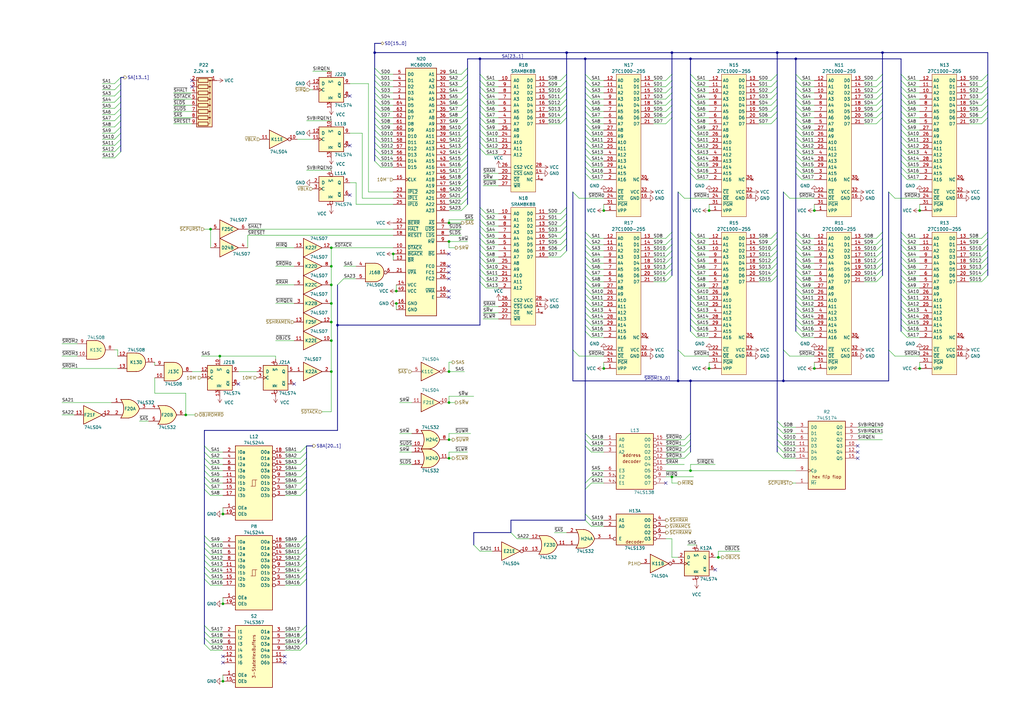
<source format=kicad_sch>
(kicad_sch (version 20230121) (generator eeschema)
  (paper "A3")
  (title_block (title "Gradius 3") (date "2024-04-11") (company "Konami GX945") (comment 1 "Ulf Skutnabba, twitter: @skutis77"))
  (junction (at 334.01 151.13))
  (junction (at 161.29 104.14))
  (junction (at 283.21 193.04))
  (junction (at 76.2 170.18))
  (junction (at 321.31 156.21))
  (junction (at 91.44 210.82))
  (junction (at 377.19 86.36))
  (junction (at 247.65 86.36))
  (junction (at 135.89 116.84))
  (junction (at 135.89 101.6))
  (junction (at 135.89 152.4))
  (junction (at 135.89 109.22))
  (junction (at 377.19 151.13))
  (junction (at 135.89 132.08))
  (junction (at 290.83 86.36))
  (junction (at 184.15 99.06))
  (junction (at 90.17 146.05))
  (junction (at 240.03 24.13))
  (junction (at 361.95 21.59))
  (junction (at 294.64 228.6))
  (junction (at 275.59 195.58))
  (junction (at 290.83 151.13))
  (junction (at 138.43 133.35))
  (junction (at 283.21 24.13))
  (junction (at 184.15 91.44))
  (junction (at 334.01 86.36))
  (junction (at 196.85 24.13))
  (junction (at 184.15 165.1))
  (junction (at 318.77 21.59))
  (junction (at 162.56 124.46))
  (junction (at 184.15 187.96))
  (junction (at 91.44 279.4))
  (junction (at 184.15 152.4))
  (junction (at 283.21 156.21))
  (junction (at 326.39 24.13))
  (junction (at 153.67 21.59))
  (junction (at 247.65 151.13))
  (junction (at 275.59 21.59))
  (junction (at 278.13 156.21))
  (junction (at 184.15 180.34))
  (junction (at 86.36 93.98))
  (junction (at 135.89 124.46))
  (junction (at 135.89 139.7))
  (junction (at 232.41 21.59))
  (junction (at 91.44 247.65))
  (junction (at 162.56 119.38))
  (no_connect (at 116.84 269.24))
  (no_connect (at 91.44 269.24))
  (no_connect (at 184.15 121.92))
  (no_connect (at 184.15 104.14))
  (no_connect (at 120.65 157.48))
  (no_connect (at 116.84 271.78))
  (no_connect (at 184.15 111.76))
  (no_connect (at 293.37 233.68))
  (no_connect (at 184.15 114.3))
  (no_connect (at 184.15 119.38))
  (no_connect (at 351.79 182.88))
  (no_connect (at 91.44 271.78))
  (no_connect (at 184.15 109.22))
  (no_connect (at 97.79 157.48))
  (no_connect (at 351.79 185.42))
  (no_connect (at 351.79 187.96))
  (no_connect (at 143.51 80.01))
  (no_connect (at 143.51 59.69))
  (no_connect (at 273.05 198.12))
  (no_connect (at 143.51 39.37))
  (no_connect (at 78.74 33.02))
  (no_connect (at 78.74 35.56))
  (bus_entry (at 240.03 43.18) (size 2.54 2.54))
  (bus_entry (at 86.36 198.12) (size -2.54 -2.54))
  (bus_entry (at 240.03 135.89) (size 2.54 2.54))
  (bus_entry (at 153.67 66.04) (size 2.54 2.54))
  (bus_entry (at 46.99 46.99) (size 2.54 -2.54))
  (bus_entry (at 283.21 53.34) (size 2.54 2.54))
  (bus_entry (at 359.41 100.33) (size 2.54 -2.54))
  (bus_entry (at 359.41 113.03) (size 2.54 -2.54))
  (bus_entry (at 86.36 240.03) (size -2.54 -2.54))
  (bus_entry (at 369.57 53.34) (size 2.54 2.54))
  (bus_entry (at 316.23 100.33) (size 2.54 -2.54))
  (bus_entry (at 402.59 100.33) (size 2.54 -2.54))
  (bus_entry (at 326.39 71.12) (size 2.54 2.54))
  (bus_entry (at 280.67 187.96) (size 2.54 -2.54))
  (bus_entry (at 326.39 40.64) (size 2.54 2.54))
  (bus_entry (at 229.87 87.63) (size 2.54 -2.54))
  (bus_entry (at 196.85 110.49) (size 2.54 2.54))
  (bus_entry (at 326.39 53.34) (size 2.54 2.54))
  (bus_entry (at 283.21 110.49) (size 2.54 2.54))
  (bus_entry (at 283.21 35.56) (size 2.54 2.54))
  (bus_entry (at 369.57 55.88) (size 2.54 2.54))
  (bus_entry (at 86.36 193.04) (size -2.54 -2.54))
  (bus_entry (at 240.03 130.81) (size 2.54 2.54))
  (bus_entry (at 196.85 55.88) (size 2.54 2.54))
  (bus_entry (at 240.03 38.1) (size 2.54 2.54))
  (bus_entry (at 359.41 45.72) (size 2.54 -2.54))
  (bus_entry (at 229.87 33.02) (size 2.54 -2.54))
  (bus_entry (at 229.87 100.33) (size 2.54 -2.54))
  (bus_entry (at 194.31 223.52) (size 2.54 2.54))
  (bus_entry (at 125.73 232.41) (size -2.54 2.54))
  (bus_entry (at 273.05 48.26) (size 2.54 -2.54))
  (bus_entry (at 240.03 35.56) (size 2.54 2.54))
  (bus_entry (at 369.57 120.65) (size 2.54 2.54))
  (bus_entry (at 196.85 92.71) (size 2.54 2.54))
  (bus_entry (at 369.57 115.57) (size 2.54 2.54))
  (bus_entry (at 189.23 73.66) (size 2.54 -2.54))
  (bus_entry (at 326.39 120.65) (size 2.54 2.54))
  (bus_entry (at 240.03 55.88) (size 2.54 2.54))
  (bus_entry (at 359.41 105.41) (size 2.54 -2.54))
  (bus_entry (at 326.39 95.25) (size 2.54 2.54))
  (bus_entry (at 240.03 100.33) (size 2.54 2.54))
  (bus_entry (at 240.03 198.12) (size 2.54 -2.54))
  (bus_entry (at 326.39 107.95) (size 2.54 2.54))
  (bus_entry (at 273.05 102.87) (size 2.54 -2.54))
  (bus_entry (at 46.99 41.91) (size 2.54 -2.54))
  (bus_entry (at 283.21 128.27) (size 2.54 2.54))
  (bus_entry (at 125.73 234.95) (size -2.54 2.54))
  (bus_entry (at 229.87 50.8) (size 2.54 -2.54))
  (bus_entry (at 196.85 33.02) (size 2.54 2.54))
  (bus_entry (at 369.57 35.56) (size 2.54 2.54))
  (bus_entry (at 273.05 45.72) (size 2.54 -2.54))
  (bus_entry (at 153.67 35.56) (size 2.54 2.54))
  (bus_entry (at 189.23 55.88) (size 2.54 -2.54))
  (bus_entry (at 240.03 120.65) (size 2.54 2.54))
  (bus_entry (at 369.57 38.1) (size 2.54 2.54))
  (bus_entry (at 240.03 66.04) (size 2.54 2.54))
  (bus_entry (at 240.03 128.27) (size 2.54 2.54))
  (bus_entry (at 86.36 190.5) (size -2.54 -2.54))
  (bus_entry (at 326.39 97.79) (size 2.54 2.54))
  (bus_entry (at 86.36 200.66) (size -2.54 -2.54))
  (bus_entry (at 240.03 45.72) (size 2.54 2.54))
  (bus_entry (at 189.23 30.48) (size 2.54 -2.54))
  (bus_entry (at 125.73 185.42) (size -2.54 2.54))
  (bus_entry (at 278.13 78.74) (size 2.54 2.54))
  (bus_entry (at 196.85 53.34) (size 2.54 2.54))
  (bus_entry (at 240.03 95.25) (size 2.54 2.54))
  (bus_entry (at 196.85 90.17) (size 2.54 2.54))
  (bus_entry (at 316.23 113.03) (size 2.54 -2.54))
  (bus_entry (at 196.85 105.41) (size 2.54 2.54))
  (bus_entry (at 283.21 63.5) (size 2.54 2.54))
  (bus_entry (at 229.87 35.56) (size 2.54 -2.54))
  (bus_entry (at 326.39 48.26) (size 2.54 2.54))
  (bus_entry (at 273.05 113.03) (size 2.54 -2.54))
  (bus_entry (at 283.21 40.64) (size 2.54 2.54))
  (bus_entry (at 240.03 63.5) (size 2.54 2.54))
  (bus_entry (at 234.95 78.74) (size 2.54 2.54))
  (bus_entry (at 86.36 187.96) (size -2.54 -2.54))
  (bus_entry (at 369.57 107.95) (size 2.54 2.54))
  (bus_entry (at 326.39 68.58) (size 2.54 2.54))
  (bus_entry (at 326.39 128.27) (size 2.54 2.54))
  (bus_entry (at 318.77 182.88) (size 2.54 2.54))
  (bus_entry (at 125.73 222.25) (size -2.54 2.54))
  (bus_entry (at 196.85 60.96) (size 2.54 2.54))
  (bus_entry (at 280.67 180.34) (size 2.54 -2.54))
  (bus_entry (at 369.57 118.11) (size 2.54 2.54))
  (bus_entry (at 326.39 63.5) (size 2.54 2.54))
  (bus_entry (at 153.67 55.88) (size 2.54 2.54))
  (bus_entry (at 196.85 87.63) (size 2.54 2.54))
  (bus_entry (at 189.23 43.18) (size 2.54 -2.54))
  (bus_entry (at 369.57 128.27) (size 2.54 2.54))
  (bus_entry (at 283.21 118.11) (size 2.54 2.54))
  (bus_entry (at 125.73 237.49) (size -2.54 2.54))
  (bus_entry (at 402.59 102.87) (size 2.54 -2.54))
  (bus_entry (at 240.03 97.79) (size 2.54 2.54))
  (bus_entry (at 125.73 227.33) (size -2.54 2.54))
  (bus_entry (at 326.39 135.89) (size 2.54 2.54))
  (bus_entry (at 369.57 33.02) (size 2.54 2.54))
  (bus_entry (at 125.73 256.54) (size -2.54 2.54))
  (bus_entry (at 229.87 48.26) (size 2.54 -2.54))
  (bus_entry (at 326.39 58.42) (size 2.54 2.54))
  (bus_entry (at 240.03 213.36) (size 2.54 2.54))
  (bus_entry (at 283.21 71.12) (size 2.54 2.54))
  (bus_entry (at 229.87 92.71) (size 2.54 -2.54))
  (bus_entry (at 240.03 110.49) (size 2.54 2.54))
  (bus_entry (at 196.85 43.18) (size 2.54 2.54))
  (bus_entry (at 240.03 48.26) (size 2.54 2.54))
  (bus_entry (at 229.87 43.18) (size 2.54 -2.54))
  (bus_entry (at 273.05 40.64) (size 2.54 -2.54))
  (bus_entry (at 318.77 172.72) (size 2.54 2.54))
  (bus_entry (at 125.73 261.62) (size -2.54 2.54))
  (bus_entry (at 125.73 182.88) (size -2.54 2.54))
  (bus_entry (at 240.03 177.8) (size 2.54 2.54))
  (bus_entry (at 240.03 210.82) (size 2.54 2.54))
  (bus_entry (at 283.21 102.87) (size 2.54 2.54))
  (bus_entry (at 283.21 115.57) (size 2.54 2.54))
  (bus_entry (at 369.57 50.8) (size 2.54 2.54))
  (bus_entry (at 229.87 90.17) (size 2.54 -2.54))
  (bus_entry (at 326.39 118.11) (size 2.54 2.54))
  (bus_entry (at 240.03 58.42) (size 2.54 2.54))
  (bus_entry (at 280.67 185.42) (size 2.54 -2.54))
  (bus_entry (at 402.59 35.56) (size 2.54 -2.54))
  (bus_entry (at 189.23 81.28) (size 2.54 -2.54))
  (bus_entry (at 316.23 50.8) (size 2.54 -2.54))
  (bus_entry (at 280.67 182.88) (size 2.54 -2.54))
  (bus_entry (at 86.36 259.08) (size -2.54 -2.54))
  (bus_entry (at 283.21 133.35) (size 2.54 2.54))
  (bus_entry (at 283.21 97.79) (size 2.54 2.54))
  (bus_entry (at 196.85 107.95) (size 2.54 2.54))
  (bus_entry (at 402.59 107.95) (size 2.54 -2.54))
  (bus_entry (at 369.57 102.87) (size 2.54 2.54))
  (bus_entry (at 189.23 45.72) (size 2.54 -2.54))
  (bus_entry (at 46.99 62.23) (size 2.54 -2.54))
  (bus_entry (at 316.23 43.18) (size 2.54 -2.54))
  (bus_entry (at 316.23 110.49) (size 2.54 -2.54))
  (bus_entry (at 189.23 68.58) (size 2.54 -2.54))
  (bus_entry (at 86.36 203.2) (size -2.54 -2.54))
  (bus_entry (at 240.03 33.02) (size 2.54 2.54))
  (bus_entry (at 46.99 49.53) (size 2.54 -2.54))
  (bus_entry (at 153.67 45.72) (size 2.54 2.54))
  (bus_entry (at 196.85 35.56) (size 2.54 2.54))
  (bus_entry (at 369.57 110.49) (size 2.54 2.54))
  (bus_entry (at 283.21 66.04) (size 2.54 2.54))
  (bus_entry (at 359.41 50.8) (size 2.54 -2.54))
  (bus_entry (at 125.73 190.5) (size -2.54 2.54))
  (bus_entry (at 229.87 38.1) (size 2.54 -2.54))
  (bus_entry (at 229.87 105.41) (size 2.54 -2.54))
  (bus_entry (at 316.23 97.79) (size 2.54 -2.54))
  (bus_entry (at 283.21 45.72) (size 2.54 2.54))
  (bus_entry (at 402.59 105.41) (size 2.54 -2.54))
  (bus_entry (at 273.05 115.57) (size 2.54 -2.54))
  (bus_entry (at 153.67 40.64) (size 2.54 2.54))
  (bus_entry (at 196.85 40.64) (size 2.54 2.54))
  (bus_entry (at 283.21 105.41) (size 2.54 2.54))
  (bus_entry (at 189.23 63.5) (size 2.54 -2.54))
  (bus_entry (at 369.57 66.04) (size 2.54 2.54))
  (bus_entry (at 283.21 95.25) (size 2.54 2.54))
  (bus_entry (at 283.21 55.88) (size 2.54 2.54))
  (bus_entry (at 153.67 43.18) (size 2.54 2.54))
  (bus_entry (at 369.57 125.73) (size 2.54 2.54))
  (bus_entry (at 283.21 100.33) (size 2.54 2.54))
  (bus_entry (at 86.36 195.58) (size -2.54 -2.54))
  (bus_entry (at 229.87 40.64) (size 2.54 -2.54))
  (bus_entry (at 240.03 60.96) (size 2.54 2.54))
  (bus_entry (at 189.23 58.42) (size 2.54 -2.54))
  (bus_entry (at 369.57 100.33) (size 2.54 2.54))
  (bus_entry (at 402.59 43.18) (size 2.54 -2.54))
  (bus_entry (at 278.13 143.51) (size 2.54 2.54))
  (bus_entry (at 196.85 95.25) (size 2.54 2.54))
  (bus_entry (at 369.57 97.79) (size 2.54 2.54))
  (bus_entry (at 318.77 175.26) (size 2.54 2.54))
  (bus_entry (at 369.57 130.81) (size 2.54 2.54))
  (bus_entry (at 240.03 102.87) (size 2.54 2.54))
  (bus_entry (at 153.67 53.34) (size 2.54 2.54))
  (bus_entry (at 86.36 237.49) (size -2.54 -2.54))
  (bus_entry (at 125.73 219.71) (size -2.54 2.54))
  (bus_entry (at 189.23 76.2) (size 2.54 -2.54))
  (bus_entry (at 326.39 125.73) (size 2.54 2.54))
  (bus_entry (at 326.39 133.35) (size 2.54 2.54))
  (bus_entry (at 369.57 95.25) (size 2.54 2.54))
  (bus_entry (at 240.03 107.95) (size 2.54 2.54))
  (bus_entry (at 240.03 182.88) (size 2.54 2.54))
  (bus_entry (at 369.57 123.19) (size 2.54 2.54))
  (bus_entry (at 283.21 60.96) (size 2.54 2.54))
  (bus_entry (at 46.99 39.37) (size 2.54 -2.54))
  (bus_entry (at 369.57 63.5) (size 2.54 2.54))
  (bus_entry (at 359.41 48.26) (size 2.54 -2.54))
  (bus_entry (at 369.57 43.18) (size 2.54 2.54))
  (bus_entry (at 229.87 97.79) (size 2.54 -2.54))
  (bus_entry (at 240.03 133.35) (size 2.54 2.54))
  (bus_entry (at 125.73 198.12) (size -2.54 2.54))
  (bus_entry (at 283.21 33.02) (size 2.54 2.54))
  (bus_entry (at 46.99 44.45) (size 2.54 -2.54))
  (bus_entry (at 153.67 27.94) (size 2.54 2.54))
  (bus_entry (at 153.67 50.8) (size 2.54 2.54))
  (bus_entry (at 359.41 40.64) (size 2.54 -2.54))
  (bus_entry (at 86.36 266.7) (size -2.54 -2.54))
  (bus_entry (at 326.39 35.56) (size 2.54 2.54))
  (bus_entry (at 318.77 185.42) (size 2.54 2.54))
  (bus_entry (at 326.39 55.88) (size 2.54 2.54))
  (bus_entry (at 369.57 68.58) (size 2.54 2.54))
  (bus_entry (at 240.03 123.19) (size 2.54 2.54))
  (bus_entry (at 369.57 48.26) (size 2.54 2.54))
  (bus_entry (at 153.67 48.26) (size 2.54 2.54))
  (bus_entry (at 326.39 66.04) (size 2.54 2.54))
  (bus_entry (at 316.23 35.56) (size 2.54 -2.54))
  (bus_entry (at 369.57 113.03) (size 2.54 2.54))
  (bus_entry (at 189.23 48.26) (size 2.54 -2.54))
  (bus_entry (at 359.41 97.79) (size 2.54 -2.54))
  (bus_entry (at 369.57 71.12) (size 2.54 2.54))
  (bus_entry (at 402.59 97.79) (size 2.54 -2.54))
  (bus_entry (at 359.41 35.56) (size 2.54 -2.54))
  (bus_entry (at 240.03 30.48) (size 2.54 2.54))
  (bus_entry (at 153.67 58.42) (size 2.54 2.54))
  (bus_entry (at 229.87 95.25) (size 2.54 -2.54))
  (bus_entry (at 125.73 187.96) (size -2.54 2.54))
  (bus_entry (at 273.05 35.56) (size 2.54 -2.54))
  (bus_entry (at 273.05 38.1) (size 2.54 -2.54))
  (bus_entry (at 125.73 195.58) (size -2.54 2.54))
  (bus_entry (at 369.57 60.96) (size 2.54 2.54))
  (bus_entry (at 326.39 123.19) (size 2.54 2.54))
  (bus_entry (at 125.73 200.66) (size -2.54 2.54))
  (bus_entry (at 402.59 48.26) (size 2.54 -2.54))
  (bus_entry (at 316.23 45.72) (size 2.54 -2.54))
  (bus_entry (at 273.05 33.02) (size 2.54 -2.54))
  (bus_entry (at 273.05 97.79) (size 2.54 -2.54))
  (bus_entry (at 153.67 33.02) (size 2.54 2.54))
  (bus_entry (at 229.87 102.87) (size 2.54 -2.54))
  (bus_entry (at 283.21 107.95) (size 2.54 2.54))
  (bus_entry (at 240.03 200.66) (size 2.54 -2.54))
  (bus_entry (at 209.55 218.44) (size 2.54 2.54))
  (bus_entry (at 369.57 45.72) (size 2.54 2.54))
  (bus_entry (at 189.23 40.64) (size 2.54 -2.54))
  (bus_entry (at 326.39 105.41) (size 2.54 2.54))
  (bus_entry (at 86.36 185.42) (size -2.54 -2.54))
  (bus_entry (at 46.99 54.61) (size 2.54 -2.54))
  (bus_entry (at 125.73 259.08) (size -2.54 2.54))
  (bus_entry (at 189.23 83.82) (size 2.54 -2.54))
  (bus_entry (at 326.39 130.81) (size 2.54 2.54))
  (bus_entry (at 86.36 227.33) (size -2.54 -2.54))
  (bus_entry (at 364.49 143.51) (size 2.54 2.54))
  (bus_entry (at 316.23 40.64) (size 2.54 -2.54))
  (bus_entry (at 359.41 38.1) (size 2.54 -2.54))
  (bus_entry (at 196.85 30.48) (size 2.54 2.54))
  (bus_entry (at 189.23 50.8) (size 2.54 -2.54))
  (bus_entry (at 153.67 38.1) (size 2.54 2.54))
  (bus_entry (at 196.85 38.1) (size 2.54 2.54))
  (bus_entry (at 283.21 135.89) (size 2.54 2.54))
  (bus_entry (at 326.39 113.03) (size 2.54 2.54))
  (bus_entry (at 326.39 60.96) (size 2.54 2.54))
  (bus_entry (at 316.23 33.02) (size 2.54 -2.54))
  (bus_entry (at 402.59 40.64) (size 2.54 -2.54))
  (bus_entry (at 46.99 52.07) (size 2.54 -2.54))
  (bus_entry (at 283.21 43.18) (size 2.54 2.54))
  (bus_entry (at 240.03 40.64) (size 2.54 2.54))
  (bus_entry (at 196.85 115.57) (size 2.54 2.54))
  (bus_entry (at 402.59 50.8) (size 2.54 -2.54))
  (bus_entry (at 196.85 100.33) (size 2.54 2.54))
  (bus_entry (at 240.03 50.8) (size 2.54 2.54))
  (bus_entry (at 273.05 100.33) (size 2.54 -2.54))
  (bus_entry (at 369.57 58.42) (size 2.54 2.54))
  (bus_entry (at 189.23 71.12) (size 2.54 -2.54))
  (bus_entry (at 369.57 30.48) (size 2.54 2.54))
  (bus_entry (at 196.85 97.79) (size 2.54 2.54))
  (bus_entry (at 359.41 102.87) (size 2.54 -2.54))
  (bus_entry (at 189.23 86.36) (size 2.54 -2.54))
  (bus_entry (at 240.03 180.34) (size 2.54 2.54))
  (bus_entry (at 326.39 45.72) (size 2.54 2.54))
  (bus_entry (at 326.39 33.02) (size 2.54 2.54))
  (bus_entry (at 189.23 78.74) (size 2.54 -2.54))
  (bus_entry (at 283.21 48.26) (size 2.54 2.54))
  (bus_entry (at 369.57 105.41) (size 2.54 2.54))
  (bus_entry (at 318.77 177.8) (size 2.54 2.54))
  (bus_entry (at 196.85 85.09) (size 2.54 2.54))
  (bus_entry (at 86.36 222.25) (size -2.54 -2.54))
  (bus_entry (at 326.39 50.8) (size 2.54 2.54))
  (bus_entry (at 273.05 43.18) (size 2.54 -2.54))
  (bus_entry (at 326.39 30.48) (size 2.54 2.54))
  (bus_entry (at 369.57 133.35) (size 2.54 2.54))
  (bus_entry (at 359.41 43.18) (size 2.54 -2.54))
  (bus_entry (at 138.43 116.84) (size 2.54 -2.54))
  (bus_entry (at 189.23 35.56) (size 2.54 -2.54))
  (bus_entry (at 234.95 143.51) (size 2.54 2.54))
  (bus_entry (at 402.59 38.1) (size 2.54 -2.54))
  (bus_entry (at 240.03 68.58) (size 2.54 2.54))
  (bus_entry (at 402.59 45.72) (size 2.54 -2.54))
  (bus_entry (at 196.85 102.87) (size 2.54 2.54))
  (bus_entry (at 273.05 110.49) (size 2.54 -2.54))
  (bus_entry (at 283.21 113.03) (size 2.54 2.54))
  (bus_entry (at 86.36 261.62) (size -2.54 -2.54))
  (bus_entry (at 402.59 33.02) (size 2.54 -2.54))
  (bus_entry (at 318.77 180.34) (size 2.54 2.54))
  (bus_entry (at 316.23 105.41) (size 2.54 -2.54))
  (bus_entry (at 196.85 58.42) (size 2.54 2.54))
  (bus_entry (at 125.73 229.87) (size -2.54 2.54))
  (bus_entry (at 196.85 50.8) (size 2.54 2.54))
  (bus_entry (at 153.67 63.5) (size 2.54 2.54))
  (bus_entry (at 316.23 115.57) (size 2.54 -2.54))
  (bus_entry (at 86.36 229.87) (size -2.54 -2.54))
  (bus_entry (at 283.21 38.1) (size 2.54 2.54))
  (bus_entry (at 86.36 232.41) (size -2.54 -2.54))
  (bus_entry (at 283.21 125.73) (size 2.54 2.54))
  (bus_entry (at 316.23 102.87) (size 2.54 -2.54))
  (bus_entry (at 189.23 66.04) (size 2.54 -2.54))
  (bus_entry (at 240.03 105.41) (size 2.54 2.54))
  (bus_entry (at 316.23 107.95) (size 2.54 -2.54))
  (bus_entry (at 196.85 45.72) (size 2.54 2.54))
  (bus_entry (at 189.23 33.02) (size 2.54 -2.54))
  (bus_entry (at 369.57 135.89) (size 2.54 2.54))
  (bus_entry (at 283.21 68.58) (size 2.54 2.54))
  (bus_entry (at 240.03 71.12) (size 2.54 2.54))
  (bus_entry (at 273.05 107.95) (size 2.54 -2.54))
  (bus_entry (at 359.41 115.57) (size 2.54 -2.54))
  (bus_entry (at 316.23 38.1) (size 2.54 -2.54))
  (bus_entry (at 326.39 102.87) (size 2.54 2.54))
  (bus_entry (at 240.03 115.57) (size 2.54 2.54))
  (bus_entry (at 86.36 264.16) (size -2.54 -2.54))
  (bus_entry (at 46.99 59.69) (size 2.54 -2.54))
  (bus_entry (at 240.03 118.11) (size 2.54 2.54))
  (bus_entry (at 229.87 45.72) (size 2.54 -2.54))
  (bus_entry (at 402.59 115.57) (size 2.54 -2.54))
  (bus_entry (at 402.59 110.49) (size 2.54 -2.54))
  (bus_entry (at 196.85 48.26) (size 2.54 2.54))
  (bus_entry (at 153.67 30.48) (size 2.54 2.54))
  (bus_entry (at 364.49 78.74) (size 2.54 2.54))
  (bus_entry (at 240.03 53.34) (size 2.54 2.54))
  (bus_entry (at 273.05 105.41) (size 2.54 -2.54))
  (bus_entry (at 316.23 48.26) (size 2.54 -2.54))
  (bus_entry (at 283.21 58.42) (size 2.54 2.54))
  (bus_entry (at 283.21 50.8) (size 2.54 2.54))
  (bus_entry (at 189.23 38.1) (size 2.54 -2.54))
  (bus_entry (at 283.21 123.19) (size 2.54 2.54))
  (bus_entry (at 86.36 224.79) (size -2.54 -2.54))
  (bus_entry (at 326.39 43.18) (size 2.54 2.54))
  (bus_entry (at 46.99 36.83) (size 2.54 -2.54))
  (bus_entry (at 321.31 143.51) (size 2.54 2.54))
  (bus_entry (at 326.39 115.57) (size 2.54 2.54))
  (bus_entry (at 125.73 193.04) (size -2.54 2.54))
  (bus_entry (at 321.31 78.74) (size 2.54 2.54))
  (bus_entry (at 189.23 60.96) (size 2.54 -2.54))
  (bus_entry (at 326.39 100.33) (size 2.54 2.54))
  (bus_entry (at 86.36 234.95) (size -2.54 -2.54))
  (bus_entry (at 46.99 57.15) (size 2.54 -2.54))
  (bus_entry (at 369.57 40.64) (size 2.54 2.54))
  (bus_entry (at 125.73 224.79) (size -2.54 2.54))
  (bus_entry (at 359.41 107.95) (size 2.54 -2.54))
  (bus_entry (at 359.41 33.02) (size 2.54 -2.54))
  (bus_entry (at 273.05 50.8) (size 2.54 -2.54))
  (bus_entry (at 46.99 34.29) (size 2.54 -2.54))
  (bus_entry (at 196.85 113.03) (size 2.54 2.54))
  (bus_entry (at 240.03 125.73) (size 2.54 2.54))
  (bus_entry (at 326.39 110.49) (size 2.54 2.54))
  (bus_entry (at 125.73 264.16) (size -2.54 2.54))
  (bus_entry (at 283.21 30.48) (size 2.54 2.54))
  (bus_entry (at 283.21 130.81) (size 2.54 2.54))
  (bus_entry (at 326.39 38.1) (size 2.54 2.54))
  (bus_entry (at 283.21 120.65) (size 2.54 2.54))
  (bus_entry (at 153.67 60.96) (size 2.54 2.54))
  (bus_entry (at 46.99 64.77) (size 2.54 -2.54))
  (bus_entry (at 189.23 53.34) (size 2.54 -2.54))
  (bus_entry (at 402.59 113.03) (size 2.54 -2.54))
  (bus_entry (at 240.03 113.03) (size 2.54 2.54))
  (bus_entry (at 359.41 110.49) (size 2.54 -2.54))
  (wire (pts (xy 372.11 55.88) (xy 377.19 55.88)))
  (wire (pts (xy 285.75 53.34) (xy 290.83 53.34)))
  (wire (pts (xy 199.39 35.56) (xy 204.47 35.56)))
  (bus (pts (xy 153.67 38.1) (xy 153.67 40.64)))
  (wire (pts (xy 367.03 81.28) (xy 377.19 81.28)))
  (wire (pts (xy 321.31 187.96) (xy 326.39 187.96)))
  (wire (pts (xy 101.6 93.98) (xy 161.29 93.98)))
  (bus (pts (xy 369.57 58.42) (xy 369.57 60.96)))
  (bus (pts (xy 196.85 40.64) (xy 196.85 43.18)))
  (wire (pts (xy 285.75 133.35) (xy 290.83 133.35)))
  (bus (pts (xy 196.85 38.1) (xy 196.85 40.64)))
  (bus (pts (xy 83.82 234.95) (xy 83.82 237.49)))
  (bus (pts (xy 326.39 110.49) (xy 326.39 113.03)))
  (bus (pts (xy 153.67 63.5) (xy 153.67 66.04)))
  (wire (pts (xy 113.03 116.84) (xy 120.65 116.84)))
  (wire (pts (xy 184.15 90.17) (xy 194.31 90.17)))
  (bus (pts (xy 240.03 110.49) (xy 240.03 113.03)))
  (wire (pts (xy 184.15 83.82) (xy 189.23 83.82)))
  (bus (pts (xy 232.41 90.17) (xy 232.41 92.71)))
  (bus (pts (xy 240.03 63.5) (xy 240.03 66.04)))
  (wire (pts (xy 151.13 34.29) (xy 151.13 78.74)))
  (wire (pts (xy 242.57 50.8) (xy 247.65 50.8)))
  (wire (pts (xy 242.57 193.04) (xy 247.65 193.04)))
  (wire (pts (xy 311.15 45.72) (xy 316.23 45.72)))
  (bus (pts (xy 369.57 133.35) (xy 369.57 135.89)))
  (wire (pts (xy 242.57 213.36) (xy 247.65 213.36)))
  (bus (pts (xy 318.77 100.33) (xy 318.77 102.87)))
  (wire (pts (xy 184.15 91.44) (xy 189.23 91.44)))
  (wire (pts (xy 242.57 215.9) (xy 247.65 215.9)))
  (wire (pts (xy 397.51 33.02) (xy 402.59 33.02)))
  (wire (pts (xy 372.11 58.42) (xy 377.19 58.42)))
  (bus (pts (xy 361.95 107.95) (xy 361.95 110.49)))
  (wire (pts (xy 372.11 138.43) (xy 377.19 138.43)))
  (wire (pts (xy 156.21 55.88) (xy 161.29 55.88)))
  (bus (pts (xy 209.55 213.36) (xy 240.03 213.36)))
  (wire (pts (xy 91.44 229.87) (xy 86.36 229.87)))
  (wire (pts (xy 242.57 102.87) (xy 247.65 102.87)))
  (bus (pts (xy 196.85 30.48) (xy 196.85 33.02)))
  (bus (pts (xy 49.53 36.83) (xy 49.53 34.29)))
  (wire (pts (xy 90.17 146.05) (xy 113.03 146.05)))
  (bus (pts (xy 326.39 105.41) (xy 326.39 107.95)))
  (wire (pts (xy 71.12 45.72) (xy 78.74 45.72)))
  (bus (pts (xy 283.21 55.88) (xy 283.21 58.42)))
  (wire (pts (xy 397.51 43.18) (xy 402.59 43.18)))
  (bus (pts (xy 191.77 71.12) (xy 191.77 73.66)))
  (wire (pts (xy 224.79 102.87) (xy 229.87 102.87)))
  (bus (pts (xy 240.03 198.12) (xy 240.03 200.66)))
  (wire (pts (xy 328.93 45.72) (xy 334.01 45.72)))
  (wire (pts (xy 285.75 118.11) (xy 290.83 118.11)))
  (wire (pts (xy 267.97 38.1) (xy 273.05 38.1)))
  (bus (pts (xy 240.03 135.89) (xy 240.03 177.8)))
  (wire (pts (xy 184.15 66.04) (xy 189.23 66.04)))
  (wire (pts (xy 242.57 110.49) (xy 247.65 110.49)))
  (bus (pts (xy 125.73 182.88) (xy 128.27 182.88)))
  (bus (pts (xy 275.59 43.18) (xy 275.59 45.72)))
  (wire (pts (xy 278.13 198.12) (xy 275.59 198.12)))
  (bus (pts (xy 405.13 40.64) (xy 405.13 43.18)))
  (wire (pts (xy 372.11 120.65) (xy 377.19 120.65)))
  (wire (pts (xy 275.59 220.98) (xy 275.59 228.6)))
  (bus (pts (xy 326.39 133.35) (xy 326.39 135.89)))
  (bus (pts (xy 283.21 110.49) (xy 283.21 113.03)))
  (bus (pts (xy 125.73 237.49) (xy 125.73 256.54)))
  (wire (pts (xy 116.84 264.16) (xy 123.19 264.16)))
  (bus (pts (xy 405.13 43.18) (xy 405.13 45.72)))
  (bus (pts (xy 125.73 193.04) (xy 125.73 195.58)))
  (bus (pts (xy 361.95 40.64) (xy 361.95 43.18)))
  (wire (pts (xy 242.57 125.73) (xy 247.65 125.73)))
  (wire (pts (xy 267.97 50.8) (xy 273.05 50.8)))
  (wire (pts (xy 86.36 200.66) (xy 91.44 200.66)))
  (bus (pts (xy 240.03 105.41) (xy 240.03 107.95)))
  (bus (pts (xy 49.53 59.69) (xy 49.53 57.15)))
  (wire (pts (xy 351.79 180.34) (xy 361.95 180.34)))
  (wire (pts (xy 199.39 97.79) (xy 204.47 97.79)))
  (wire (pts (xy 184.15 63.5) (xy 189.23 63.5)))
  (wire (pts (xy 25.4 170.18) (xy 30.48 170.18)))
  (wire (pts (xy 285.75 33.02) (xy 290.83 33.02)))
  (wire (pts (xy 328.93 135.89) (xy 334.01 135.89)))
  (wire (pts (xy 285.75 138.43) (xy 290.83 138.43)))
  (bus (pts (xy 240.03 50.8) (xy 240.03 53.34)))
  (bus (pts (xy 125.73 198.12) (xy 125.73 200.66)))
  (wire (pts (xy 91.44 264.16) (xy 86.36 264.16)))
  (bus (pts (xy 125.73 227.33) (xy 125.73 229.87)))
  (bus (pts (xy 49.53 46.99) (xy 49.53 44.45)))
  (bus (pts (xy 283.21 50.8) (xy 283.21 53.34)))
  (wire (pts (xy 328.93 120.65) (xy 334.01 120.65)))
  (wire (pts (xy 273.05 220.98) (xy 275.59 220.98)))
  (wire (pts (xy 267.97 97.79) (xy 273.05 97.79)))
  (wire (pts (xy 199.39 90.17) (xy 204.47 90.17)))
  (bus (pts (xy 318.77 175.26) (xy 318.77 177.8)))
  (bus (pts (xy 369.57 120.65) (xy 369.57 123.19)))
  (bus (pts (xy 138.43 133.35) (xy 196.85 133.35)))
  (bus (pts (xy 326.39 120.65) (xy 326.39 123.19)))
  (wire (pts (xy 328.93 110.49) (xy 334.01 110.49)))
  (bus (pts (xy 191.77 55.88) (xy 191.77 58.42)))
  (wire (pts (xy 397.51 113.03) (xy 402.59 113.03)))
  (bus (pts (xy 196.85 85.09) (xy 196.85 87.63)))
  (bus (pts (xy 153.67 33.02) (xy 153.67 35.56)))
  (bus (pts (xy 283.21 180.34) (xy 283.21 177.8)))
  (bus (pts (xy 326.39 130.81) (xy 326.39 133.35)))
  (bus (pts (xy 361.95 100.33) (xy 361.95 102.87)))
  (wire (pts (xy 76.2 161.29) (xy 76.2 170.18)))
  (wire (pts (xy 242.57 48.26) (xy 247.65 48.26)))
  (bus (pts (xy 405.13 38.1) (xy 405.13 40.64)))
  (wire (pts (xy 41.91 54.61) (xy 46.99 54.61)))
  (bus (pts (xy 361.95 102.87) (xy 361.95 105.41)))
  (wire (pts (xy 285.75 107.95) (xy 290.83 107.95)))
  (wire (pts (xy 184.15 177.8) (xy 193.04 177.8)))
  (bus (pts (xy 275.59 95.25) (xy 275.59 97.79)))
  (wire (pts (xy 334.01 83.82) (xy 334.01 86.36)))
  (wire (pts (xy 184.15 78.74) (xy 189.23 78.74)))
  (bus (pts (xy 405.13 97.79) (xy 405.13 100.33)))
  (wire (pts (xy 328.93 53.34) (xy 334.01 53.34)))
  (bus (pts (xy 318.77 182.88) (xy 318.77 185.42)))
  (wire (pts (xy 237.49 146.05) (xy 247.65 146.05)))
  (wire (pts (xy 116.84 187.96) (xy 123.19 187.96)))
  (wire (pts (xy 199.39 45.72) (xy 204.47 45.72)))
  (bus (pts (xy 49.53 57.15) (xy 49.53 54.61)))
  (wire (pts (xy 372.11 48.26) (xy 377.19 48.26)))
  (bus (pts (xy 83.82 229.87) (xy 83.82 232.41)))
  (bus (pts (xy 369.57 38.1) (xy 369.57 40.64)))
  (wire (pts (xy 101.6 101.6) (xy 101.6 96.52)))
  (wire (pts (xy 116.84 234.95) (xy 123.19 234.95)))
  (bus (pts (xy 283.21 97.79) (xy 283.21 100.33)))
  (wire (pts (xy 224.79 43.18) (xy 229.87 43.18)))
  (wire (pts (xy 91.44 266.7) (xy 86.36 266.7)))
  (wire (pts (xy 184.15 50.8) (xy 189.23 50.8)))
  (wire (pts (xy 163.83 185.42) (xy 168.91 185.42)))
  (bus (pts (xy 318.77 107.95) (xy 318.77 110.49)))
  (bus (pts (xy 240.03 177.8) (xy 240.03 180.34)))
  (wire (pts (xy 372.11 130.81) (xy 377.19 130.81)))
  (bus (pts (xy 326.39 71.12) (xy 326.39 95.25)))
  (wire (pts (xy 156.21 35.56) (xy 161.29 35.56)))
  (bus (pts (xy 275.59 45.72) (xy 275.59 48.26)))
  (bus (pts (xy 361.95 43.18) (xy 361.95 45.72)))
  (wire (pts (xy 199.39 50.8) (xy 204.47 50.8)))
  (wire (pts (xy 91.44 227.33) (xy 86.36 227.33)))
  (wire (pts (xy 311.15 115.57) (xy 316.23 115.57)))
  (bus (pts (xy 283.21 63.5) (xy 283.21 66.04)))
  (wire (pts (xy 311.15 97.79) (xy 316.23 97.79)))
  (bus (pts (xy 83.82 190.5) (xy 83.82 193.04)))
  (wire (pts (xy 199.39 33.02) (xy 204.47 33.02)))
  (bus (pts (xy 283.21 53.34) (xy 283.21 55.88)))
  (bus (pts (xy 326.39 40.64) (xy 326.39 43.18)))
  (wire (pts (xy 156.21 60.96) (xy 161.29 60.96)))
  (wire (pts (xy 71.12 43.18) (xy 78.74 43.18)))
  (wire (pts (xy 113.03 109.22) (xy 120.65 109.22)))
  (bus (pts (xy 326.39 30.48) (xy 326.39 33.02)))
  (bus (pts (xy 326.39 102.87) (xy 326.39 105.41)))
  (bus (pts (xy 232.41 92.71) (xy 232.41 95.25)))
  (bus (pts (xy 369.57 63.5) (xy 369.57 66.04)))
  (bus (pts (xy 138.43 116.84) (xy 138.43 133.35)))
  (wire (pts (xy 184.15 165.1) (xy 186.69 165.1)))
  (bus (pts (xy 283.21 182.88) (xy 283.21 180.34)))
  (wire (pts (xy 328.93 105.41) (xy 334.01 105.41)))
  (bus (pts (xy 283.21 24.13) (xy 283.21 30.48)))
  (wire (pts (xy 397.51 115.57) (xy 402.59 115.57)))
  (wire (pts (xy 116.84 259.08) (xy 123.19 259.08)))
  (wire (pts (xy 224.79 33.02) (xy 229.87 33.02)))
  (bus (pts (xy 49.53 62.23) (xy 49.53 59.69)))
  (wire (pts (xy 41.91 41.91) (xy 46.99 41.91)))
  (wire (pts (xy 273.05 182.88) (xy 280.67 182.88)))
  (wire (pts (xy 91.44 245.11) (xy 91.44 247.65)))
  (wire (pts (xy 328.93 100.33) (xy 334.01 100.33)))
  (wire (pts (xy 184.15 60.96) (xy 189.23 60.96)))
  (bus (pts (xy 125.73 187.96) (xy 125.73 190.5)))
  (bus (pts (xy 125.73 261.62) (xy 125.73 264.16)))
  (wire (pts (xy 372.11 63.5) (xy 377.19 63.5)))
  (wire (pts (xy 199.39 60.96) (xy 204.47 60.96)))
  (wire (pts (xy 242.57 60.96) (xy 247.65 60.96)))
  (bus (pts (xy 283.21 130.81) (xy 283.21 133.35)))
  (wire (pts (xy 242.57 195.58) (xy 247.65 195.58)))
  (bus (pts (xy 83.82 198.12) (xy 83.82 200.66)))
  (bus (pts (xy 196.85 33.02) (xy 196.85 35.56)))
  (bus (pts (xy 240.03 33.02) (xy 240.03 35.56)))
  (wire (pts (xy 242.57 63.5) (xy 247.65 63.5)))
  (wire (pts (xy 323.85 146.05) (xy 334.01 146.05)))
  (bus (pts (xy 153.67 45.72) (xy 153.67 48.26)))
  (wire (pts (xy 372.11 45.72) (xy 377.19 45.72)))
  (bus (pts (xy 83.82 193.04) (xy 83.82 195.58)))
  (wire (pts (xy 285.75 40.64) (xy 290.83 40.64)))
  (wire (pts (xy 224.79 40.64) (xy 229.87 40.64)))
  (bus (pts (xy 83.82 176.53) (xy 83.82 182.88)))
  (wire (pts (xy 41.91 59.69) (xy 46.99 59.69)))
  (wire (pts (xy 162.56 116.84) (xy 162.56 119.38)))
  (bus (pts (xy 191.77 24.13) (xy 196.85 24.13)))
  (bus (pts (xy 125.73 222.25) (xy 125.73 224.79)))
  (wire (pts (xy 242.57 58.42) (xy 247.65 58.42)))
  (wire (pts (xy 116.84 198.12) (xy 123.19 198.12)))
  (wire (pts (xy 311.15 50.8) (xy 316.23 50.8)))
  (wire (pts (xy 328.93 68.58) (xy 334.01 68.58)))
  (bus (pts (xy 326.39 45.72) (xy 326.39 48.26)))
  (bus (pts (xy 240.03 130.81) (xy 240.03 133.35)))
  (wire (pts (xy 354.33 43.18) (xy 359.41 43.18)))
  (bus (pts (xy 405.13 48.26) (xy 405.13 95.25)))
  (wire (pts (xy 242.57 135.89) (xy 247.65 135.89)))
  (bus (pts (xy 283.21 45.72) (xy 283.21 48.26)))
  (wire (pts (xy 135.89 109.22) (xy 135.89 116.84)))
  (bus (pts (xy 240.03 71.12) (xy 240.03 95.25)))
  (wire (pts (xy 354.33 48.26) (xy 359.41 48.26)))
  (bus (pts (xy 83.82 185.42) (xy 83.82 187.96)))
  (wire (pts (xy 321.31 175.26) (xy 326.39 175.26)))
  (wire (pts (xy 267.97 43.18) (xy 273.05 43.18)))
  (wire (pts (xy 184.15 43.18) (xy 189.23 43.18)))
  (bus (pts (xy 153.67 55.88) (xy 153.67 58.42)))
  (wire (pts (xy 116.84 193.04) (xy 123.19 193.04)))
  (wire (pts (xy 198.12 73.66) (xy 204.47 73.66)))
  (wire (pts (xy 267.97 107.95) (xy 273.05 107.95)))
  (bus (pts (xy 153.67 53.34) (xy 153.67 55.88)))
  (wire (pts (xy 116.84 261.62) (xy 123.19 261.62)))
  (wire (pts (xy 161.29 104.14) (xy 161.29 106.68)))
  (wire (pts (xy 224.79 90.17) (xy 229.87 90.17)))
  (bus (pts (xy 275.59 21.59) (xy 232.41 21.59)))
  (wire (pts (xy 76.2 161.29) (xy 63.5 161.29)))
  (bus (pts (xy 369.57 71.12) (xy 369.57 95.25)))
  (wire (pts (xy 242.57 38.1) (xy 247.65 38.1)))
  (bus (pts (xy 153.67 48.26) (xy 153.67 50.8)))
  (bus (pts (xy 240.03 180.34) (xy 240.03 182.88)))
  (bus (pts (xy 283.21 185.42) (xy 283.21 182.88)))
  (wire (pts (xy 156.21 30.48) (xy 161.29 30.48)))
  (wire (pts (xy 198.12 125.73) (xy 204.47 125.73)))
  (wire (pts (xy 91.44 237.49) (xy 86.36 237.49)))
  (bus (pts (xy 191.77 24.13) (xy 191.77 27.94)))
  (bus (pts (xy 275.59 30.48) (xy 275.59 21.59)))
  (bus (pts (xy 240.03 35.56) (xy 240.03 38.1)))
  (wire (pts (xy 354.33 102.87) (xy 359.41 102.87)))
  (wire (pts (xy 351.79 177.8) (xy 361.95 177.8)))
  (wire (pts (xy 285.75 38.1) (xy 290.83 38.1)))
  (wire (pts (xy 242.57 40.64) (xy 247.65 40.64)))
  (bus (pts (xy 83.82 224.79) (xy 83.82 227.33)))
  (bus (pts (xy 83.82 256.54) (xy 83.82 259.08)))
  (bus (pts (xy 361.95 35.56) (xy 361.95 38.1)))
  (bus (pts (xy 196.85 107.95) (xy 196.85 110.49)))
  (bus (pts (xy 278.13 156.21) (xy 283.21 156.21)))
  (bus (pts (xy 83.82 219.71) (xy 83.82 222.25)))
  (bus (pts (xy 240.03 55.88) (xy 240.03 58.42)))
  (bus (pts (xy 364.49 78.74) (xy 364.49 143.51)))
  (wire (pts (xy 199.39 87.63) (xy 204.47 87.63)))
  (wire (pts (xy 184.15 91.44) (xy 184.15 90.17)))
  (wire (pts (xy 184.15 93.98) (xy 189.23 93.98)))
  (bus (pts (xy 326.39 118.11) (xy 326.39 120.65)))
  (wire (pts (xy 140.97 114.3) (xy 146.05 114.3)))
  (wire (pts (xy 242.57 133.35) (xy 247.65 133.35)))
  (wire (pts (xy 41.91 64.77) (xy 46.99 64.77)))
  (bus (pts (xy 191.77 73.66) (xy 191.77 76.2)))
  (bus (pts (xy 283.21 156.21) (xy 321.31 156.21)))
  (bus (pts (xy 361.95 97.79) (xy 361.95 100.33)))
  (bus (pts (xy 283.21 35.56) (xy 283.21 38.1)))
  (wire (pts (xy 184.15 33.02) (xy 189.23 33.02)))
  (bus (pts (xy 369.57 60.96) (xy 369.57 63.5)))
  (wire (pts (xy 71.12 48.26) (xy 78.74 48.26)))
  (bus (pts (xy 196.85 35.56) (xy 196.85 38.1)))
  (bus (pts (xy 318.77 102.87) (xy 318.77 105.41)))
  (wire (pts (xy 125.73 49.53) (xy 135.89 49.53)))
  (bus (pts (xy 369.57 110.49) (xy 369.57 113.03)))
  (wire (pts (xy 71.12 40.64) (xy 78.74 40.64)))
  (wire (pts (xy 76.2 170.18) (xy 80.01 170.18)))
  (bus (pts (xy 125.73 195.58) (xy 125.73 198.12)))
  (bus (pts (xy 49.53 31.75) (xy 50.8 31.75)))
  (bus (pts (xy 232.41 97.79) (xy 232.41 100.33)))
  (wire (pts (xy 354.33 40.64) (xy 359.41 40.64)))
  (bus (pts (xy 240.03 210.82) (xy 240.03 213.36)))
  (wire (pts (xy 199.39 102.87) (xy 204.47 102.87)))
  (bus (pts (xy 196.85 55.88) (xy 196.85 58.42)))
  (wire (pts (xy 273.05 195.58) (xy 275.59 195.58)))
  (bus (pts (xy 361.95 21.59) (xy 361.95 30.48)))
  (wire (pts (xy 328.93 50.8) (xy 334.01 50.8)))
  (wire (pts (xy 184.15 35.56) (xy 189.23 35.56)))
  (bus (pts (xy 283.21 66.04) (xy 283.21 68.58)))
  (wire (pts (xy 41.91 62.23) (xy 46.99 62.23)))
  (wire (pts (xy 311.15 105.41) (xy 316.23 105.41)))
  (wire (pts (xy 184.15 187.96) (xy 185.42 187.96)))
  (wire (pts (xy 242.57 66.04) (xy 247.65 66.04)))
  (bus (pts (xy 369.57 45.72) (xy 369.57 48.26)))
  (wire (pts (xy 41.91 52.07) (xy 46.99 52.07)))
  (wire (pts (xy 372.11 43.18) (xy 377.19 43.18)))
  (wire (pts (xy 143.51 74.93) (xy 146.05 74.93)))
  (wire (pts (xy 242.57 105.41) (xy 247.65 105.41)))
  (wire (pts (xy 242.57 43.18) (xy 247.65 43.18)))
  (bus (pts (xy 278.13 143.51) (xy 278.13 156.21)))
  (wire (pts (xy 156.21 40.64) (xy 161.29 40.64)))
  (bus (pts (xy 234.95 156.21) (xy 278.13 156.21)))
  (bus (pts (xy 275.59 21.59) (xy 318.77 21.59)))
  (wire (pts (xy 280.67 146.05) (xy 290.83 146.05)))
  (wire (pts (xy 198.12 76.2) (xy 204.47 76.2)))
  (wire (pts (xy 199.39 43.18) (xy 204.47 43.18)))
  (wire (pts (xy 311.15 102.87) (xy 316.23 102.87)))
  (bus (pts (xy 49.53 52.07) (xy 49.53 49.53)))
  (bus (pts (xy 191.77 81.28) (xy 191.77 83.82)))
  (bus (pts (xy 318.77 40.64) (xy 318.77 43.18)))
  (bus (pts (xy 283.21 105.41) (xy 283.21 107.95)))
  (bus (pts (xy 153.67 60.96) (xy 153.67 63.5)))
  (wire (pts (xy 116.84 232.41) (xy 123.19 232.41)))
  (bus (pts (xy 369.57 107.95) (xy 369.57 110.49)))
  (wire (pts (xy 113.03 139.7) (xy 120.65 139.7)))
  (bus (pts (xy 191.77 30.48) (xy 191.77 33.02)))
  (wire (pts (xy 184.15 58.42) (xy 189.23 58.42)))
  (wire (pts (xy 273.05 190.5) (xy 280.67 190.5)))
  (bus (pts (xy 240.03 38.1) (xy 240.03 40.64)))
  (bus (pts (xy 156.21 17.78) (xy 153.67 17.78)))
  (wire (pts (xy 63.5 148.59) (xy 63.5 149.86)))
  (wire (pts (xy 311.15 38.1) (xy 316.23 38.1)))
  (bus (pts (xy 191.77 38.1) (xy 191.77 40.64)))
  (bus (pts (xy 318.77 33.02) (xy 318.77 35.56)))
  (bus (pts (xy 369.57 130.81) (xy 369.57 133.35)))
  (bus (pts (xy 125.73 219.71) (xy 125.73 222.25)))
  (bus (pts (xy 240.03 118.11) (xy 240.03 120.65)))
  (wire (pts (xy 397.51 110.49) (xy 402.59 110.49)))
  (wire (pts (xy 184.15 30.48) (xy 189.23 30.48)))
  (bus (pts (xy 369.57 35.56) (xy 369.57 38.1)))
  (bus (pts (xy 318.77 45.72) (xy 318.77 48.26)))
  (bus (pts (xy 283.21 43.18) (xy 283.21 45.72)))
  (bus (pts (xy 232.41 48.26) (xy 232.41 85.09)))
  (wire (pts (xy 354.33 110.49) (xy 359.41 110.49)))
  (wire (pts (xy 199.39 105.41) (xy 204.47 105.41)))
  (bus (pts (xy 283.21 100.33) (xy 283.21 102.87)))
  (wire (pts (xy 311.15 100.33) (xy 316.23 100.33)))
  (wire (pts (xy 267.97 102.87) (xy 273.05 102.87)))
  (wire (pts (xy 372.11 105.41) (xy 377.19 105.41)))
  (wire (pts (xy 184.15 162.56) (xy 184.15 165.1)))
  (wire (pts (xy 285.75 102.87) (xy 290.83 102.87)))
  (wire (pts (xy 267.97 35.56) (xy 273.05 35.56)))
  (bus (pts (xy 240.03 66.04) (xy 240.03 68.58)))
  (bus (pts (xy 369.57 33.02) (xy 369.57 35.56)))
  (bus (pts (xy 232.41 30.48) (xy 232.41 33.02)))
  (bus (pts (xy 191.77 76.2) (xy 191.77 78.74)))
  (bus (pts (xy 83.82 187.96) (xy 83.82 190.5)))
  (bus (pts (xy 361.95 33.02) (xy 361.95 35.56)))
  (bus (pts (xy 283.21 48.26) (xy 283.21 50.8)))
  (bus (pts (xy 196.85 105.41) (xy 196.85 107.95)))
  (wire (pts (xy 91.44 232.41) (xy 86.36 232.41)))
  (bus (pts (xy 326.39 24.13) (xy 326.39 30.48)))
  (wire (pts (xy 354.33 45.72) (xy 359.41 45.72)))
  (wire (pts (xy 354.33 105.41) (xy 359.41 105.41)))
  (wire (pts (xy 328.93 107.95) (xy 334.01 107.95)))
  (bus (pts (xy 369.57 125.73) (xy 369.57 128.27)))
  (wire (pts (xy 237.49 81.28) (xy 247.65 81.28)))
  (wire (pts (xy 372.11 71.12) (xy 377.19 71.12)))
  (wire (pts (xy 285.75 55.88) (xy 290.83 55.88)))
  (bus (pts (xy 240.03 200.66) (xy 240.03 210.82)))
  (wire (pts (xy 184.15 40.64) (xy 189.23 40.64)))
  (wire (pts (xy 328.93 130.81) (xy 334.01 130.81)))
  (bus (pts (xy 196.85 113.03) (xy 196.85 115.57)))
  (wire (pts (xy 63.5 161.29) (xy 63.5 154.94)))
  (wire (pts (xy 397.51 48.26) (xy 402.59 48.26)))
  (wire (pts (xy 25.4 165.1) (xy 45.72 165.1)))
  (wire (pts (xy 247.65 148.59) (xy 247.65 151.13)))
  (bus (pts (xy 153.67 21.59) (xy 153.67 27.94)))
  (bus (pts (xy 326.39 115.57) (xy 326.39 118.11)))
  (wire (pts (xy 91.44 276.86) (xy 91.44 279.4)))
  (wire (pts (xy 328.93 71.12) (xy 334.01 71.12)))
  (bus (pts (xy 369.57 50.8) (xy 369.57 53.34)))
  (bus (pts (xy 125.73 259.08) (xy 125.73 261.62)))
  (bus (pts (xy 196.85 92.71) (xy 196.85 95.25)))
  (bus (pts (xy 196.85 97.79) (xy 196.85 100.33)))
  (bus (pts (xy 405.13 21.59) (xy 405.13 30.48)))
  (wire (pts (xy 242.57 182.88) (xy 247.65 182.88)))
  (wire (pts (xy 184.15 180.34) (xy 185.42 180.34)))
  (bus (pts (xy 196.85 90.17) (xy 196.85 92.71)))
  (wire (pts (xy 267.97 105.41) (xy 273.05 105.41)))
  (wire (pts (xy 71.12 38.1) (xy 78.74 38.1)))
  (wire (pts (xy 101.6 96.52) (xy 161.29 96.52)))
  (bus (pts (xy 240.03 53.34) (xy 240.03 55.88)))
  (bus (pts (xy 318.77 97.79) (xy 318.77 100.33)))
  (bus (pts (xy 283.21 30.48) (xy 283.21 33.02)))
  (wire (pts (xy 397.51 100.33) (xy 402.59 100.33)))
  (wire (pts (xy 57.15 172.72) (xy 60.96 172.72)))
  (wire (pts (xy 311.15 33.02) (xy 316.23 33.02)))
  (wire (pts (xy 224.79 100.33) (xy 229.87 100.33)))
  (wire (pts (xy 113.03 101.6) (xy 120.65 101.6)))
  (bus (pts (xy 405.13 105.41) (xy 405.13 107.95)))
  (wire (pts (xy 132.08 168.91) (xy 135.89 168.91)))
  (bus (pts (xy 49.53 44.45) (xy 49.53 41.91)))
  (bus (pts (xy 275.59 48.26) (xy 275.59 95.25)))
  (bus (pts (xy 326.39 66.04) (xy 326.39 68.58)))
  (bus (pts (xy 191.77 58.42) (xy 191.77 60.96)))
  (wire (pts (xy 116.84 203.2) (xy 123.19 203.2)))
  (wire (pts (xy 242.57 33.02) (xy 247.65 33.02)))
  (wire (pts (xy 41.91 39.37) (xy 46.99 39.37)))
  (wire (pts (xy 351.79 175.26) (xy 361.95 175.26)))
  (bus (pts (xy 369.57 30.48) (xy 369.57 33.02)))
  (bus (pts (xy 283.21 177.8) (xy 283.21 156.21)))
  (wire (pts (xy 198.12 71.12) (xy 204.47 71.12)))
  (wire (pts (xy 156.21 38.1) (xy 161.29 38.1)))
  (bus (pts (xy 234.95 78.74) (xy 234.95 143.51)))
  (bus (pts (xy 240.03 120.65) (xy 240.03 123.19)))
  (wire (pts (xy 41.91 57.15) (xy 46.99 57.15)))
  (bus (pts (xy 125.73 190.5) (xy 125.73 193.04)))
  (bus (pts (xy 369.57 97.79) (xy 369.57 100.33)))
  (bus (pts (xy 318.77 43.18) (xy 318.77 45.72)))
  (bus (pts (xy 240.03 40.64) (xy 240.03 43.18)))
  (bus (pts (xy 283.21 102.87) (xy 283.21 105.41)))
  (wire (pts (xy 267.97 110.49) (xy 273.05 110.49)))
  (wire (pts (xy 311.15 107.95) (xy 316.23 107.95)))
  (wire (pts (xy 116.84 240.03) (xy 123.19 240.03)))
  (wire (pts (xy 242.57 185.42) (xy 247.65 185.42)))
  (wire (pts (xy 146.05 83.82) (xy 161.29 83.82)))
  (bus (pts (xy 361.95 21.59) (xy 405.13 21.59)))
  (bus (pts (xy 240.03 68.58) (xy 240.03 71.12)))
  (wire (pts (xy 242.57 35.56) (xy 247.65 35.56)))
  (bus (pts (xy 138.43 176.53) (xy 83.82 176.53)))
  (wire (pts (xy 224.79 87.63) (xy 229.87 87.63)))
  (bus (pts (xy 153.67 43.18) (xy 153.67 45.72)))
  (wire (pts (xy 328.93 43.18) (xy 334.01 43.18)))
  (wire (pts (xy 321.31 180.34) (xy 326.39 180.34)))
  (wire (pts (xy 275.59 228.6) (xy 278.13 228.6)))
  (bus (pts (xy 326.39 97.79) (xy 326.39 100.33)))
  (bus (pts (xy 326.39 113.03) (xy 326.39 115.57)))
  (wire (pts (xy 328.93 60.96) (xy 334.01 60.96)))
  (wire (pts (xy 372.11 133.35) (xy 377.19 133.35)))
  (wire (pts (xy 199.39 38.1) (xy 204.47 38.1)))
  (bus (pts (xy 153.67 30.48) (xy 153.67 33.02)))
  (bus (pts (xy 283.21 95.25) (xy 283.21 97.79)))
  (wire (pts (xy 267.97 113.03) (xy 273.05 113.03)))
  (wire (pts (xy 184.15 148.59) (xy 185.42 148.59)))
  (wire (pts (xy 41.91 44.45) (xy 46.99 44.45)))
  (bus (pts (xy 326.39 35.56) (xy 326.39 38.1)))
  (wire (pts (xy 25.4 151.13) (xy 48.26 151.13)))
  (bus (pts (xy 326.39 33.02) (xy 326.39 35.56)))
  (wire (pts (xy 311.15 113.03) (xy 316.23 113.03)))
  (wire (pts (xy 41.91 46.99) (xy 46.99 46.99)))
  (wire (pts (xy 285.75 60.96) (xy 290.83 60.96)))
  (wire (pts (xy 334.01 148.59) (xy 334.01 151.13)))
  (bus (pts (xy 318.77 177.8) (xy 318.77 180.34)))
  (bus (pts (xy 232.41 100.33) (xy 232.41 102.87)))
  (bus (pts (xy 191.77 48.26) (xy 191.77 50.8)))
  (wire (pts (xy 156.21 50.8) (xy 161.29 50.8)))
  (wire (pts (xy 127 36.83) (xy 128.27 36.83)))
  (bus (pts (xy 405.13 107.95) (xy 405.13 110.49)))
  (wire (pts (xy 328.93 125.73) (xy 334.01 125.73)))
  (bus (pts (xy 275.59 30.48) (xy 275.59 33.02)))
  (wire (pts (xy 273.05 187.96) (xy 280.67 187.96)))
  (bus (pts (xy 191.77 50.8) (xy 191.77 53.34)))
  (bus (pts (xy 153.67 27.94) (xy 153.67 30.48)))
  (bus (pts (xy 326.39 68.58) (xy 326.39 71.12)))
  (wire (pts (xy 281.94 223.52) (xy 285.75 223.52)))
  (bus (pts (xy 283.21 71.12) (xy 283.21 95.25)))
  (bus (pts (xy 240.03 97.79) (xy 240.03 100.33)))
  (wire (pts (xy 242.57 138.43) (xy 247.65 138.43)))
  (wire (pts (xy 224.79 97.79) (xy 229.87 97.79)))
  (wire (pts (xy 367.03 146.05) (xy 377.19 146.05)))
  (bus (pts (xy 275.59 107.95) (xy 275.59 110.49)))
  (wire (pts (xy 242.57 123.19) (xy 247.65 123.19)))
  (bus (pts (xy 318.77 38.1) (xy 318.77 40.64)))
  (bus (pts (xy 153.67 50.8) (xy 153.67 53.34)))
  (bus (pts (xy 361.95 95.25) (xy 361.95 97.79)))
  (wire (pts (xy 199.39 53.34) (xy 204.47 53.34)))
  (bus (pts (xy 283.21 113.03) (xy 283.21 115.57)))
  (wire (pts (xy 328.93 38.1) (xy 334.01 38.1)))
  (wire (pts (xy 294.64 228.6) (xy 295.91 228.6)))
  (wire (pts (xy 184.15 99.06) (xy 191.77 99.06)))
  (wire (pts (xy 184.15 152.4) (xy 184.15 148.59)))
  (wire (pts (xy 242.57 71.12) (xy 247.65 71.12)))
  (wire (pts (xy 397.51 40.64) (xy 402.59 40.64)))
  (bus (pts (xy 125.73 229.87) (xy 125.73 232.41)))
  (bus (pts (xy 321.31 143.51) (xy 321.31 156.21)))
  (bus (pts (xy 326.39 125.73) (xy 326.39 128.27)))
  (bus (pts (xy 318.77 21.59) (xy 361.95 21.59)))
  (bus (pts (xy 153.67 35.56) (xy 153.67 38.1)))
  (bus (pts (xy 369.57 118.11) (xy 369.57 120.65)))
  (bus (pts (xy 125.73 185.42) (xy 125.73 187.96)))
  (wire (pts (xy 321.31 185.42) (xy 326.39 185.42)))
  (wire (pts (xy 354.33 38.1) (xy 359.41 38.1)))
  (wire (pts (xy 78.74 152.4) (xy 82.55 152.4)))
  (wire (pts (xy 311.15 35.56) (xy 316.23 35.56)))
  (wire (pts (xy 242.57 120.65) (xy 247.65 120.65)))
  (bus (pts (xy 283.21 125.73) (xy 283.21 128.27)))
  (wire (pts (xy 242.57 130.81) (xy 247.65 130.81)))
  (wire (pts (xy 372.11 123.19) (xy 377.19 123.19)))
  (wire (pts (xy 397.51 35.56) (xy 402.59 35.56)))
  (bus (pts (xy 240.03 113.03) (xy 240.03 115.57)))
  (wire (pts (xy 377.19 83.82) (xy 377.19 86.36)))
  (wire (pts (xy 285.75 58.42) (xy 290.83 58.42)))
  (bus (pts (xy 49.53 39.37) (xy 49.53 36.83)))
  (wire (pts (xy 242.57 128.27) (xy 247.65 128.27)))
  (wire (pts (xy 224.79 38.1) (xy 229.87 38.1)))
  (wire (pts (xy 91.44 259.08) (xy 86.36 259.08)))
  (wire (pts (xy 116.84 222.25) (xy 123.19 222.25)))
  (bus (pts (xy 326.39 123.19) (xy 326.39 125.73)))
  (wire (pts (xy 199.39 110.49) (xy 204.47 110.49)))
  (bus (pts (xy 240.03 133.35) (xy 240.03 135.89)))
  (wire (pts (xy 293.37 228.6) (xy 294.64 228.6)))
  (bus (pts (xy 318.77 35.56) (xy 318.77 38.1)))
  (bus (pts (xy 196.85 48.26) (xy 196.85 50.8)))
  (wire (pts (xy 285.75 45.72) (xy 290.83 45.72)))
  (wire (pts (xy 328.93 115.57) (xy 334.01 115.57)))
  (wire (pts (xy 224.79 45.72) (xy 229.87 45.72)))
  (wire (pts (xy 184.15 76.2) (xy 189.23 76.2)))
  (wire (pts (xy 328.93 33.02) (xy 334.01 33.02)))
  (wire (pts (xy 242.57 180.34) (xy 247.65 180.34)))
  (wire (pts (xy 156.21 45.72) (xy 161.29 45.72)))
  (wire (pts (xy 184.15 71.12) (xy 189.23 71.12)))
  (bus (pts (xy 369.57 100.33) (xy 369.57 102.87)))
  (wire (pts (xy 184.15 96.52) (xy 189.23 96.52)))
  (wire (pts (xy 285.75 48.26) (xy 290.83 48.26)))
  (bus (pts (xy 83.82 237.49) (xy 83.82 256.54)))
  (wire (pts (xy 135.89 132.08) (xy 135.89 139.7)))
  (wire (pts (xy 397.51 102.87) (xy 402.59 102.87)))
  (bus (pts (xy 196.85 45.72) (xy 196.85 48.26)))
  (bus (pts (xy 369.57 53.34) (xy 369.57 55.88)))
  (wire (pts (xy 267.97 115.57) (xy 273.05 115.57)))
  (wire (pts (xy 285.75 115.57) (xy 290.83 115.57)))
  (bus (pts (xy 125.73 224.79) (xy 125.73 227.33)))
  (bus (pts (xy 283.21 33.02) (xy 283.21 35.56)))
  (bus (pts (xy 191.77 63.5) (xy 191.77 66.04)))
  (bus (pts (xy 83.82 182.88) (xy 83.82 185.42)))
  (wire (pts (xy 116.84 229.87) (xy 123.19 229.87)))
  (wire (pts (xy 121.92 57.15) (xy 128.27 57.15)))
  (wire (pts (xy 372.11 50.8) (xy 377.19 50.8)))
  (wire (pts (xy 267.97 33.02) (xy 273.05 33.02)))
  (wire (pts (xy 135.89 168.91) (xy 135.89 152.4)))
  (wire (pts (xy 294.64 226.06) (xy 303.53 226.06)))
  (wire (pts (xy 328.93 66.04) (xy 334.01 66.04)))
  (wire (pts (xy 83.82 93.98) (xy 86.36 93.98)))
  (wire (pts (xy 113.03 146.05) (xy 113.03 147.32)))
  (bus (pts (xy 240.03 128.27) (xy 240.03 130.81)))
  (bus (pts (xy 275.59 97.79) (xy 275.59 100.33)))
  (wire (pts (xy 267.97 100.33) (xy 273.05 100.33)))
  (bus (pts (xy 232.41 85.09) (xy 232.41 87.63)))
  (bus (pts (xy 83.82 222.25) (xy 83.82 224.79)))
  (wire (pts (xy 242.57 55.88) (xy 247.65 55.88)))
  (bus (pts (xy 196.85 87.63) (xy 196.85 90.17)))
  (wire (pts (xy 323.85 81.28) (xy 334.01 81.28)))
  (wire (pts (xy 224.79 50.8) (xy 229.87 50.8)))
  (bus (pts (xy 196.85 100.33) (xy 196.85 102.87)))
  (wire (pts (xy 285.75 43.18) (xy 290.83 43.18)))
  (wire (pts (xy 397.51 50.8) (xy 402.59 50.8)))
  (wire (pts (xy 25.4 140.97) (xy 31.75 140.97)))
  (bus (pts (xy 83.82 195.58) (xy 83.82 198.12)))
  (bus (pts (xy 369.57 68.58) (xy 369.57 71.12)))
  (bus (pts (xy 240.03 58.42) (xy 240.03 60.96)))
  (bus (pts (xy 318.77 48.26) (xy 318.77 95.25)))
  (wire (pts (xy 156.21 68.58) (xy 161.29 68.58)))
  (wire (pts (xy 242.57 73.66) (xy 247.65 73.66)))
  (bus (pts (xy 232.41 40.64) (xy 232.41 43.18)))
  (bus (pts (xy 326.39 60.96) (xy 326.39 63.5)))
  (bus (pts (xy 318.77 113.03) (xy 318.77 172.72)))
  (wire (pts (xy 184.15 38.1) (xy 189.23 38.1)))
  (wire (pts (xy 328.93 63.5) (xy 334.01 63.5)))
  (wire (pts (xy 328.93 97.79) (xy 334.01 97.79)))
  (wire (pts (xy 294.64 228.6) (xy 294.64 226.06)))
  (bus (pts (xy 125.73 200.66) (xy 125.73 219.71)))
  (wire (pts (xy 116.84 195.58) (xy 123.19 195.58)))
  (bus (pts (xy 240.03 182.88) (xy 240.03 198.12)))
  (wire (pts (xy 372.11 40.64) (xy 377.19 40.64)))
  (bus (pts (xy 275.59 105.41) (xy 275.59 107.95)))
  (wire (pts (xy 199.39 95.25) (xy 204.47 95.25)))
  (wire (pts (xy 328.93 48.26) (xy 334.01 48.26)))
  (wire (pts (xy 321.31 182.88) (xy 326.39 182.88)))
  (wire (pts (xy 372.11 102.87) (xy 377.19 102.87)))
  (bus (pts (xy 191.77 68.58) (xy 191.77 71.12)))
  (wire (pts (xy 184.15 48.26) (xy 189.23 48.26)))
  (wire (pts (xy 311.15 110.49) (xy 316.23 110.49)))
  (bus (pts (xy 196.85 43.18) (xy 196.85 45.72)))
  (wire (pts (xy 48.26 143.51) (xy 48.26 146.05)))
  (wire (pts (xy 86.36 203.2) (xy 91.44 203.2)))
  (bus (pts (xy 283.21 133.35) (xy 283.21 135.89)))
  (wire (pts (xy 86.36 187.96) (xy 91.44 187.96)))
  (wire (pts (xy 163.83 190.5) (xy 168.91 190.5)))
  (wire (pts (xy 86.36 198.12) (xy 91.44 198.12)))
  (bus (pts (xy 318.77 172.72) (xy 318.77 175.26)))
  (wire (pts (xy 354.33 113.03) (xy 359.41 113.03)))
  (bus (pts (xy 196.85 115.57) (xy 196.85 133.35)))
  (bus (pts (xy 232.41 95.25) (xy 232.41 97.79)))
  (bus (pts (xy 275.59 110.49) (xy 275.59 113.03)))
  (bus (pts (xy 283.21 68.58) (xy 283.21 71.12)))
  (bus (pts (xy 361.95 30.48) (xy 361.95 33.02)))
  (wire (pts (xy 91.44 261.62) (xy 86.36 261.62)))
  (bus (pts (xy 138.43 133.35) (xy 138.43 176.53)))
  (bus (pts (xy 275.59 40.64) (xy 275.59 43.18)))
  (bus (pts (xy 283.21 107.95) (xy 283.21 110.49)))
  (bus (pts (xy 196.85 50.8) (xy 196.85 53.34)))
  (wire (pts (xy 290.83 148.59) (xy 290.83 151.13)))
  (wire (pts (xy 285.75 100.33) (xy 290.83 100.33)))
  (wire (pts (xy 199.39 113.03) (xy 204.47 113.03)))
  (wire (pts (xy 224.79 35.56) (xy 229.87 35.56)))
  (wire (pts (xy 372.11 128.27) (xy 377.19 128.27)))
  (bus (pts (xy 405.13 45.72) (xy 405.13 48.26)))
  (bus (pts (xy 405.13 30.48) (xy 405.13 33.02)))
  (bus (pts (xy 369.57 66.04) (xy 369.57 68.58)))
  (bus (pts (xy 240.03 24.13) (xy 240.03 30.48)))
  (wire (pts (xy 198.12 128.27) (xy 204.47 128.27)))
  (wire (pts (xy 267.97 40.64) (xy 273.05 40.64)))
  (bus (pts (xy 369.57 43.18) (xy 369.57 45.72)))
  (wire (pts (xy 354.33 35.56) (xy 359.41 35.56)))
  (wire (pts (xy 372.11 33.02) (xy 377.19 33.02)))
  (bus (pts (xy 321.31 78.74) (xy 321.31 143.51)))
  (wire (pts (xy 397.51 97.79) (xy 402.59 97.79)))
  (wire (pts (xy 328.93 118.11) (xy 334.01 118.11)))
  (bus (pts (xy 283.21 115.57) (xy 283.21 118.11)))
  (wire (pts (xy 116.84 224.79) (xy 123.19 224.79)))
  (bus (pts (xy 283.21 38.1) (xy 283.21 40.64)))
  (bus (pts (xy 191.77 40.64) (xy 191.77 43.18)))
  (bus (pts (xy 49.53 49.53) (xy 49.53 46.99)))
  (bus (pts (xy 361.95 45.72) (xy 361.95 48.26)))
  (bus (pts (xy 232.41 43.18) (xy 232.41 45.72)))
  (bus (pts (xy 240.03 115.57) (xy 240.03 118.11)))
  (wire (pts (xy 135.89 101.6) (xy 161.29 101.6)))
  (bus (pts (xy 125.73 256.54) (xy 125.73 259.08)))
  (wire (pts (xy 283.21 193.04) (xy 326.39 193.04)))
  (wire (pts (xy 285.75 35.56) (xy 290.83 35.56)))
  (bus (pts (xy 125.73 182.88) (xy 125.73 185.42)))
  (wire (pts (xy 285.75 130.81) (xy 290.83 130.81)))
  (bus (pts (xy 232.41 33.02) (xy 232.41 35.56)))
  (bus (pts (xy 191.77 60.96) (xy 191.77 63.5)))
  (wire (pts (xy 91.44 224.79) (xy 86.36 224.79)))
  (wire (pts (xy 242.57 68.58) (xy 247.65 68.58)))
  (wire (pts (xy 116.84 227.33) (xy 123.19 227.33)))
  (wire (pts (xy 135.89 124.46) (xy 135.89 132.08)))
  (bus (pts (xy 83.82 232.41) (xy 83.82 234.95)))
  (wire (pts (xy 328.93 138.43) (xy 334.01 138.43)))
  (wire (pts (xy 224.79 105.41) (xy 229.87 105.41)))
  (wire (pts (xy 267.97 48.26) (xy 273.05 48.26)))
  (wire (pts (xy 116.84 237.49) (xy 123.19 237.49)))
  (wire (pts (xy 372.11 73.66) (xy 377.19 73.66)))
  (bus (pts (xy 153.67 21.59) (xy 232.41 21.59)))
  (bus (pts (xy 49.53 54.61) (xy 49.53 52.07)))
  (bus (pts (xy 153.67 58.42) (xy 153.67 60.96)))
  (bus (pts (xy 275.59 102.87) (xy 275.59 105.41)))
  (bus (pts (xy 326.39 58.42) (xy 326.39 60.96)))
  (wire (pts (xy 377.19 148.59) (xy 377.19 151.13)))
  (wire (pts (xy 242.57 45.72) (xy 247.65 45.72)))
  (wire (pts (xy 242.57 118.11) (xy 247.65 118.11)))
  (wire (pts (xy 116.84 266.7) (xy 123.19 266.7)))
  (wire (pts (xy 354.33 50.8) (xy 359.41 50.8)))
  (bus (pts (xy 49.53 41.91) (xy 49.53 39.37)))
  (wire (pts (xy 242.57 115.57) (xy 247.65 115.57)))
  (bus (pts (xy 283.21 128.27) (xy 283.21 130.81)))
  (wire (pts (xy 283.21 193.04) (xy 283.21 190.5)))
  (bus (pts (xy 318.77 30.48) (xy 318.77 33.02)))
  (wire (pts (xy 328.93 113.03) (xy 334.01 113.03)))
  (wire (pts (xy 113.03 124.46) (xy 120.65 124.46)))
  (wire (pts (xy 135.89 139.7) (xy 135.89 152.4)))
  (bus (pts (xy 196.85 102.87) (xy 196.85 105.41)))
  (wire (pts (xy 156.21 63.5) (xy 161.29 63.5)))
  (bus (pts (xy 240.03 60.96) (xy 240.03 63.5)))
  (wire (pts (xy 321.31 177.8) (xy 326.39 177.8)))
  (wire (pts (xy 148.59 54.61) (xy 143.51 54.61)))
  (wire (pts (xy 161.29 81.28) (xy 148.59 81.28)))
  (wire (pts (xy 97.79 152.4) (xy 105.41 152.4)))
  (wire (pts (xy 372.11 66.04) (xy 377.19 66.04)))
  (bus (pts (xy 240.03 125.73) (xy 240.03 128.27)))
  (wire (pts (xy 125.73 69.85) (xy 135.89 69.85)))
  (bus (pts (xy 326.39 128.27) (xy 326.39 130.81)))
  (wire (pts (xy 184.15 73.66) (xy 189.23 73.66)))
  (wire (pts (xy 372.11 110.49) (xy 377.19 110.49)))
  (bus (pts (xy 283.21 58.42) (xy 283.21 60.96)))
  (wire (pts (xy 199.39 40.64) (xy 204.47 40.64)))
  (wire (pts (xy 285.75 50.8) (xy 290.83 50.8)))
  (wire (pts (xy 290.83 83.82) (xy 290.83 86.36)))
  (wire (pts (xy 224.79 95.25) (xy 229.87 95.25)))
  (bus (pts (xy 283.21 60.96) (xy 283.21 63.5)))
  (bus (pts (xy 125.73 234.95) (xy 125.73 237.49)))
  (wire (pts (xy 196.85 226.06) (xy 201.93 226.06)))
  (bus (pts (xy 275.59 33.02) (xy 275.59 35.56)))
  (wire (pts (xy 354.33 107.95) (xy 359.41 107.95)))
  (wire (pts (xy 91.44 240.03) (xy 86.36 240.03)))
  (wire (pts (xy 283.21 190.5) (xy 293.37 190.5)))
  (wire (pts (xy 267.97 45.72) (xy 273.05 45.72)))
  (bus (pts (xy 191.77 53.34) (xy 191.77 55.88)))
  (wire (pts (xy 163.83 177.8) (xy 168.91 177.8)))
  (bus (pts (xy 364.49 156.21) (xy 364.49 143.51)))
  (bus (pts (xy 369.57 48.26) (xy 369.57 50.8)))
  (bus (pts (xy 318.77 21.59) (xy 318.77 30.48)))
  (wire (pts (xy 227.33 218.44) (xy 232.41 218.44)))
  (wire (pts (xy 146.05 74.93) (xy 146.05 83.82)))
  (wire (pts (xy 135.89 101.6) (xy 135.89 109.22)))
  (bus (pts (xy 405.13 35.56) (xy 405.13 38.1)))
  (wire (pts (xy 212.09 220.98) (xy 217.17 220.98)))
  (wire (pts (xy 372.11 107.95) (xy 377.19 107.95)))
  (bus (pts (xy 240.03 43.18) (xy 240.03 45.72)))
  (bus (pts (xy 240.03 24.13) (xy 283.21 24.13)))
  (wire (pts (xy 354.33 115.57) (xy 359.41 115.57)))
  (bus (pts (xy 191.77 43.18) (xy 191.77 45.72)))
  (wire (pts (xy 184.15 86.36) (xy 189.23 86.36)))
  (wire (pts (xy 184.15 45.72) (xy 189.23 45.72)))
  (bus (pts (xy 283.21 118.11) (xy 283.21 120.65)))
  (wire (pts (xy 41.91 49.53) (xy 46.99 49.53)))
  (wire (pts (xy 184.15 53.34) (xy 189.23 53.34)))
  (wire (pts (xy 151.13 78.74) (xy 161.29 78.74)))
  (bus (pts (xy 191.77 35.56) (xy 191.77 38.1)))
  (bus (pts (xy 369.57 105.41) (xy 369.57 107.95)))
  (wire (pts (xy 184.15 55.88) (xy 189.23 55.88)))
  (wire (pts (xy 280.67 81.28) (xy 290.83 81.28)))
  (wire (pts (xy 372.11 125.73) (xy 377.19 125.73)))
  (bus (pts (xy 369.57 128.27) (xy 369.57 130.81)))
  (wire (pts (xy 199.39 118.11) (xy 204.47 118.11)))
  (bus (pts (xy 369.57 40.64) (xy 369.57 43.18)))
  (wire (pts (xy 186.69 101.6) (xy 184.15 101.6)))
  (bus (pts (xy 326.39 100.33) (xy 326.39 102.87)))
  (bus (pts (xy 326.39 107.95) (xy 326.39 110.49)))
  (bus (pts (xy 240.03 30.48) (xy 240.03 33.02)))
  (wire (pts (xy 328.93 58.42) (xy 334.01 58.42)))
  (wire (pts (xy 328.93 102.87) (xy 334.01 102.87)))
  (wire (pts (xy 372.11 135.89) (xy 377.19 135.89)))
  (wire (pts (xy 397.51 107.95) (xy 402.59 107.95)))
  (bus (pts (xy 326.39 43.18) (xy 326.39 45.72)))
  (bus (pts (xy 369.57 115.57) (xy 369.57 118.11)))
  (bus (pts (xy 369.57 95.25) (xy 369.57 97.79)))
  (bus (pts (xy 125.73 232.41) (xy 125.73 234.95)))
  (wire (pts (xy 328.93 133.35) (xy 334.01 133.35)))
  (bus (pts (xy 275.59 35.56) (xy 275.59 38.1)))
  (wire (pts (xy 86.36 185.42) (xy 91.44 185.42)))
  (wire (pts (xy 273.05 180.34) (xy 280.67 180.34)))
  (wire (pts (xy 285.75 125.73) (xy 290.83 125.73)))
  (wire (pts (xy 273.05 185.42) (xy 280.67 185.42)))
  (bus (pts (xy 318.77 95.25) (xy 318.77 97.79)))
  (wire (pts (xy 163.83 182.88) (xy 168.91 182.88)))
  (wire (pts (xy 326.39 198.12) (xy 325.12 198.12)))
  (wire (pts (xy 198.12 130.81) (xy 204.47 130.81)))
  (bus (pts (xy 369.57 113.03) (xy 369.57 115.57)))
  (wire (pts (xy 162.56 124.46) (xy 162.56 127)))
  (bus (pts (xy 275.59 100.33) (xy 275.59 102.87)))
  (wire (pts (xy 328.93 35.56) (xy 334.01 35.56)))
  (wire (pts (xy 86.36 190.5) (xy 91.44 190.5)))
  (wire (pts (xy 41.91 34.29) (xy 46.99 34.29)))
  (wire (pts (xy 199.39 92.71) (xy 204.47 92.71)))
  (bus (pts (xy 326.39 53.34) (xy 326.39 55.88)))
  (wire (pts (xy 372.11 38.1) (xy 377.19 38.1)))
  (wire (pts (xy 143.51 34.29) (xy 151.13 34.29)))
  (bus (pts (xy 191.77 27.94) (xy 191.77 30.48)))
  (bus (pts (xy 405.13 100.33) (xy 405.13 102.87)))
  (wire (pts (xy 91.44 234.95) (xy 86.36 234.95)))
  (bus (pts (xy 405.13 102.87) (xy 405.13 105.41)))
  (wire (pts (xy 242.57 198.12) (xy 247.65 198.12)))
  (bus (pts (xy 369.57 24.13) (xy 369.57 30.48)))
  (wire (pts (xy 285.75 97.79) (xy 290.83 97.79)))
  (wire (pts (xy 156.21 48.26) (xy 161.29 48.26)))
  (wire (pts (xy 41.91 36.83) (xy 46.99 36.83)))
  (bus (pts (xy 240.03 24.13) (xy 196.85 24.13)))
  (bus (pts (xy 153.67 40.64) (xy 153.67 43.18)))
  (wire (pts (xy 328.93 73.66) (xy 334.01 73.66)))
  (wire (pts (xy 184.15 162.56) (xy 194.31 162.56)))
  (wire (pts (xy 311.15 40.64) (xy 316.23 40.64)))
  (wire (pts (xy 242.57 100.33) (xy 247.65 100.33)))
  (bus (pts (xy 191.77 66.04) (xy 191.77 68.58)))
  (wire (pts (xy 199.39 115.57) (xy 204.47 115.57)))
  (wire (pts (xy 90.17 146.05) (xy 90.17 147.32)))
  (wire (pts (xy 285.75 113.03) (xy 290.83 113.03)))
  (bus (pts (xy 196.85 60.96) (xy 196.85 85.09)))
  (wire (pts (xy 285.75 105.41) (xy 290.83 105.41)))
  (bus (pts (xy 232.41 35.56) (xy 232.41 38.1)))
  (wire (pts (xy 135.89 116.84) (xy 135.89 124.46)))
  (bus (pts (xy 232.41 45.72) (xy 232.41 48.26)))
  (wire (pts (xy 184.15 177.8) (xy 184.15 180.34)))
  (wire (pts (xy 184.15 185.42) (xy 184.15 187.96)))
  (wire (pts (xy 285.75 120.65) (xy 290.83 120.65)))
  (bus (pts (xy 369.57 102.87) (xy 369.57 105.41)))
  (bus (pts (xy 196.85 95.25) (xy 196.85 97.79)))
  (wire (pts (xy 199.39 107.95) (xy 204.47 107.95)))
  (wire (pts (xy 285.75 66.04) (xy 290.83 66.04)))
  (bus (pts (xy 275.59 38.1) (xy 275.59 40.64)))
  (bus (pts (xy 326.39 48.26) (xy 326.39 50.8)))
  (wire (pts (xy 273.05 193.04) (xy 283.21 193.04)))
  (bus (pts (xy 232.41 38.1) (xy 232.41 40.64)))
  (bus (pts (xy 196.85 53.34) (xy 196.85 55.88)))
  (wire (pts (xy 116.84 200.66) (xy 123.19 200.66)))
  (bus (pts (xy 232.41 87.63) (xy 232.41 90.17)))
  (bus (pts (xy 361.95 105.41) (xy 361.95 107.95)))
  (bus (pts (xy 240.03 45.72) (xy 240.03 48.26)))
  (bus (pts (xy 196.85 110.49) (xy 196.85 113.03)))
  (wire (pts (xy 242.57 107.95) (xy 247.65 107.95)))
  (wire (pts (xy 163.83 165.1) (xy 168.91 165.1)))
  (wire (pts (xy 354.33 33.02) (xy 359.41 33.02)))
  (wire (pts (xy 25.4 146.05) (xy 31.75 146.05)))
  (bus (pts (xy 83.82 259.08) (xy 83.82 261.62)))
  (bus (pts (xy 209.55 218.44) (xy 209.55 213.36)))
  (bus (pts (xy 318.77 180.34) (xy 318.77 182.88)))
  (bus (pts (xy 318.77 110.49) (xy 318.77 113.03)))
  (wire (pts (xy 199.39 48.26) (xy 204.47 48.26)))
  (wire (pts (xy 116.84 185.42) (xy 123.19 185.42)))
  (bus (pts (xy 232.41 21.59) (xy 232.41 30.48)))
  (bus (pts (xy 240.03 48.26) (xy 240.03 50.8)))
  (wire (pts (xy 224.79 48.26) (xy 229.87 48.26)))
  (wire (pts (xy 354.33 100.33) (xy 359.41 100.33)))
  (wire (pts (xy 184.15 68.58) (xy 189.23 68.58)))
  (wire (pts (xy 311.15 48.26) (xy 316.23 48.26)))
  (wire (pts (xy 285.75 123.19) (xy 290.83 123.19)))
  (bus (pts (xy 361.95 38.1) (xy 361.95 40.64)))
  (bus (pts (xy 326.39 63.5) (xy 326.39 66.04)))
  (wire (pts (xy 224.79 92.71) (xy 229.87 92.71)))
  (wire (pts (xy 242.57 113.03) (xy 247.65 113.03)))
  (wire (pts (xy 372.11 115.57) (xy 377.19 115.57)))
  (wire (pts (xy 46.99 143.51) (xy 48.26 143.51)))
  (wire (pts (xy 285.75 71.12) (xy 290.83 71.12)))
  (bus (pts (xy 369.57 55.88) (xy 369.57 58.42)))
  (bus (pts (xy 196.85 24.13) (xy 196.85 30.48)))
  (bus (pts (xy 240.03 100.33) (xy 240.03 102.87)))
  (wire (pts (xy 247.65 83.82) (xy 247.65 86.36)))
  (wire (pts (xy 184.15 152.4) (xy 190.5 152.4)))
  (wire (pts (xy 86.36 193.04) (xy 91.44 193.04)))
  (bus (pts (xy 278.13 78.74) (xy 278.13 143.51)))
  (wire (pts (xy 372.11 100.33) (xy 377.19 100.33)))
  (wire (pts (xy 285.75 73.66) (xy 290.83 73.66)))
  (wire (pts (xy 184.15 101.6) (xy 184.15 99.06)))
  (wire (pts (xy 328.93 123.19) (xy 334.01 123.19)))
  (bus (pts (xy 240.03 123.19) (xy 240.03 125.73)))
  (wire (pts (xy 71.12 50.8) (xy 78.74 50.8)))
  (wire (pts (xy 397.51 38.1) (xy 402.59 38.1)))
  (bus (pts (xy 240.03 107.95) (xy 240.03 110.49)))
  (wire (pts (xy 128.27 29.21) (xy 135.89 29.21)))
  (bus (pts (xy 191.77 33.02) (xy 191.77 35.56)))
  (wire (pts (xy 328.93 128.27) (xy 334.01 128.27)))
  (wire (pts (xy 156.21 43.18) (xy 161.29 43.18)))
  (wire (pts (xy 82.55 146.05) (xy 90.17 146.05)))
  (bus (pts (xy 318.77 105.41) (xy 318.77 107.95)))
  (bus (pts (xy 283.21 123.19) (xy 283.21 125.73)))
  (bus (pts (xy 361.95 110.49) (xy 361.95 113.03)))
  (bus (pts (xy 153.67 17.78) (xy 153.67 21.59)))
  (wire (pts (xy 328.93 40.64) (xy 334.01 40.64)))
  (bus (pts (xy 191.77 45.72) (xy 191.77 48.26)))
  (bus (pts (xy 234.95 156.21) (xy 234.95 143.51)))
  (bus (pts (xy 283.21 120.65) (xy 283.21 123.19)))
  (wire (pts (xy 199.39 100.33) (xy 204.47 100.33)))
  (bus (pts (xy 361.95 48.26) (xy 361.95 95.25)))
  (wire (pts (xy 372.11 113.03) (xy 377.19 113.03)))
  (bus (pts (xy 326.39 50.8) (xy 326.39 53.34)))
  (wire (pts (xy 285.75 110.49) (xy 290.83 110.49)))
  (wire (pts (xy 354.33 97.79) (xy 359.41 97.79)))
  (wire (pts (xy 86.36 195.58) (xy 91.44 195.58)))
  (bus (pts (xy 321.31 156.21) (xy 364.49 156.21)))
  (wire (pts (xy 184.15 81.28) (xy 189.23 81.28)))
  (wire (pts (xy 156.21 58.42) (xy 161.29 58.42)))
  (wire (pts (xy 397.51 45.72) (xy 402.59 45.72)))
  (wire (pts (xy 116.84 190.5) (xy 123.19 190.5)))
  (wire (pts (xy 156.21 53.34) (xy 161.29 53.34)))
  (wire (pts (xy 199.39 55.88) (xy 204.47 55.88)))
  (bus (pts (xy 326.39 38.1) (xy 326.39 40.64)))
  (wire (pts (xy 372.11 53.34) (xy 377.19 53.34)))
  (wire (pts (xy 86.36 222.25) (xy 91.44 222.25)))
  (wire (pts (xy 372.11 97.79) (xy 377.19 97.79)))
  (wire (pts (xy 275.59 195.58) (xy 284.48 195.58)))
  (wire (pts (xy 86.36 93.98) (xy 86.36 101.6)))
  (bus (pts (xy 240.03 102.87) (xy 240.03 105.41)))
  (wire (pts (xy 199.39 63.5) (xy 204.47 63.5)))
  (bus (pts (xy 191.77 78.74) (xy 191.77 81.28)))
  (bus (pts (xy 194.31 223.52) (xy 194.31 218.44)))
  (bus (pts (xy 283.21 40.64) (xy 283.21 43.18)))
  (wire (pts (xy 242.57 97.79) (xy 247.65 97.79)))
  (bus (pts (xy 326.39 24.13) (xy 369.57 24.13)))
  (wire (pts (xy 191.77 185.42) (xy 184.15 185.42)))
  (wire (pts (xy 199.39 58.42) (xy 204.47 58.42)))
  (bus (pts (xy 83.82 200.66) (xy 83.82 219.71)))
  (wire (pts (xy 242.57 53.34) (xy 247.65 53.34)))
  (bus (pts (xy 405.13 33.02) (xy 405.13 35.56)))
  (wire (pts (xy 91.44 208.28) (xy 91.44 210.82)))
  (bus (pts (xy 83.82 227.33) (xy 83.82 229.87)))
  (wire (pts (xy 275.59 198.12) (xy 275.59 195.58)))
  (bus (pts (xy 405.13 95.25) (xy 405.13 97.79)))
  (wire (pts (xy 285.75 128.27) (xy 290.83 128.27)))
  (wire (pts (xy 285.75 68.58) (xy 290.83 68.58)))
  (wire (pts (xy 311.15 43.18) (xy 316.23 43.18)))
  (wire (pts (xy 372.11 35.56) (xy 377.19 35.56)))
  (bus (pts (xy 194.31 218.44) (xy 209.55 218.44)))
  (bus (pts (xy 326.39 55.88) (xy 326.39 58.42)))
  (bus (pts (xy 49.53 34.29) (xy 49.53 31.75)))
  (bus (pts (xy 83.82 261.62) (xy 83.82 264.16)))
  (bus (pts (xy 283.21 24.13) (xy 326.39 24.13)))
  (wire (pts (xy 328.93 55.88) (xy 334.01 55.88)))
  (bus (pts (xy 240.03 95.25) (xy 240.03 97.79)))
  (wire (pts (xy 372.11 60.96) (xy 377.19 60.96)))
  (wire (pts (xy 285.75 63.5) (xy 290.83 63.5)))
  (bus (pts (xy 326.39 95.25) (xy 326.39 97.79)))
  (wire (pts (xy 140.97 109.22) (xy 146.05 109.22)))
  (wire (pts (xy 372.11 68.58) (xy 377.19 68.58)))
  (wire (pts (xy 285.75 135.89) (xy 290.83 135.89)))
  (wire (pts (xy 156.21 66.04) (xy 161.29 66.04)))
  (wire (pts (xy 372.11 118.11) (xy 377.19 118.11)))
  (wire (pts (xy 156.21 33.02) (xy 161.29 33.02)))
  (bus (pts (xy 369.57 123.19) (xy 369.57 125.73)))
  (wire (pts (xy 397.51 105.41) (xy 402.59 105.41)))
  (wire (pts (xy 148.59 81.28) (xy 148.59 54.61)))
  (bus (pts (xy 405.13 110.49) (xy 405.13 113.03)))
  (bus (pts (xy 196.85 58.42) (xy 196.85 60.96)))
  (label "SA6" (at 199.39 100.33 0))
  (label "SA15" (at 328.93 133.35 0))
  (label "SBA18" (at 116.84 261.62 0))
  (label "S~{R}W" (at 187.96 162.56 0))
  (label "SA13" (at 372.11 63.5 0))
  (label "~{SROM}1" (at 284.48 81.28 0))
  (label "SA9" (at 285.75 53.34 0))
  (label "SD12" (at 321.31 185.42 0))
  (label "~{SAS}" (at 190.5 90.17 0))
  (label "SD2" (at 354.33 38.1 0))
  (label "SA15" (at 285.75 68.58 0))
  (label "SA6" (at 285.75 45.72 0))
  (label "SA12" (at 285.75 125.73 0))
  (label "SA4" (at 199.39 95.25 0))
  (label "SA11" (at 184.15 55.88 0))
  (label "SA3" (at 199.39 38.1 0))
  (label "SD0" (at 311.15 33.02 0))
  (label "SA2" (at 372.11 35.56 0))
  (label "SD1" (at 397.51 35.56 0))
  (label "SD10" (at 397.51 102.87 0))
  (label "SA22" (at 212.09 220.98 0))
  (label "SA11" (at 199.39 113.03 0))
  (label "SD4" (at 267.97 43.18 0))
  (label "SA9" (at 41.91 54.61 0))
  (label "SA5" (at 372.11 107.95 0))
  (label "SD9" (at 311.15 100.33 0))
  (label "~{SRAM}" (at 273.05 190.5 0))
  (label "SA16" (at 285.75 71.12 0))
  (label "SA11" (at 242.57 58.42 0))
  (label "SA9" (at 242.57 118.11 0))
  (label "SD6" (at 267.97 48.26 0))
  (label "SA14" (at 372.11 130.81 0))
  (label "SA21" (at 25.4 165.1 0))
  (label "SA5" (at 285.75 107.95 0))
  (label "SBA3" (at 116.84 190.5 0))
  (label "SD6" (at 224.79 102.87 0))
  (label "SBA7" (at 116.84 200.66 0))
  (label "SD13" (at 311.15 110.49 0))
  (label "SIRQEN" (at 351.79 180.34 0))
  (label "SA4" (at 328.93 105.41 0))
  (label "SD10" (at 321.31 180.34 0))
  (label "SVBIRQEN0" (at 125.73 69.85 0))
  (label "SA20" (at 242.57 185.42 0))
  (label "SA15" (at 285.75 133.35 0))
  (label "SD3" (at 354.33 40.64 0))
  (label "SA16" (at 285.75 135.89 0))
  (label "SA11" (at 372.11 123.19 0))
  (label "SA12" (at 372.11 60.96 0))
  (label "SA5" (at 199.39 43.18 0))
  (label "SA21" (at 242.57 198.12 0))
  (label "~{SROM}2" (at 327.66 81.28 0))
  (label "SD10" (at 156.21 55.88 0))
  (label "~{OBJCS}" (at 297.18 226.06 0))
  (label "SA17" (at 372.11 73.66 0))
  (label "SA17" (at 372.11 138.43 0))
  (label "SD14" (at 311.15 113.03 0))
  (label "SA10" (at 285.75 120.65 0))
  (label "SA6" (at 372.11 45.72 0))
  (label "SA6" (at 328.93 45.72 0))
  (label "SD7" (at 267.97 50.8 0))
  (label "SA9" (at 328.93 53.34 0))
  (label "SD11" (at 397.51 105.41 0))
  (label "SD7" (at 311.15 50.8 0))
  (label "SD8" (at 224.79 33.02 0))
  (label "~{SROM}3" (at 370.84 81.28 0))
  (label "SBA15" (at 116.84 237.49 0))
  (label "~{SRAM}" (at 113.03 116.84 0))
  (label "SD5" (at 156.21 43.18 0))
  (label "SA1" (at 199.39 87.63 0))
  (label "S~{R}W" (at 198.12 128.27 0))
  (label "SA10" (at 41.91 57.15 0))
  (label "SBA20" (at 116.84 266.7 0))
  (label "~{SROM}1" (at 273.05 182.88 0))
  (label "SA10" (at 242.57 55.88 0))
  (label "SA4" (at 372.11 105.41 0))
  (label "SA16" (at 328.93 135.89 0))
  (label "SA4" (at 242.57 40.64 0))
  (label "SBA17" (at 116.84 259.08 0))
  (label "SA9" (at 199.39 53.34 0))
  (label "SA2" (at 328.93 35.56 0))
  (label "SA2" (at 199.39 35.56 0))
  (label "SD9" (at 224.79 35.56 0))
  (label "SD6" (at 397.51 48.26 0))
  (label "SA8" (at 199.39 105.41 0))
  (label "SR~{W}" (at 163.83 177.8 0))
  (label "SA19" (at 242.57 182.88 0))
  (label "SA13" (at 199.39 63.5 0))
  (label "SA21" (at 196.85 226.06 0))
  (label "SA18" (at 242.57 215.9 0))
  (label "SA6" (at 242.57 45.72 0))
  (label "SA8" (at 41.91 52.07 0))
  (label "SA7" (at 242.57 48.26 0))
  (label "SA12" (at 41.91 62.23 0))
  (label "SA4" (at 372.11 40.64 0))
  (label "~{OBJCS}" (at 113.03 139.7 0))
  (label "SA6" (at 328.93 110.49 0))
  (label "SA10" (at 328.93 55.88 0))
  (label "SD7" (at 354.33 50.8 0))
  (label "SA20" (at 91.44 266.7 180))
  (label "SD5" (at 311.15 45.72 0))
  (label "~{SLDS}" (at 184.15 96.52 0))
  (label "SA10" (at 372.11 120.65 0))
  (label "SA16" (at 372.11 71.12 0))
  (label "SD0" (at 156.21 30.48 0))
  (label "SA12" (at 285.75 60.96 0))
  (label "SA1" (at 242.57 97.79 0))
  (label "SBA8" (at 116.84 203.2 0))
  (label "SA2" (at 242.57 35.56 0))
  (label "~{MIRQ}" (at 113.03 101.6 0))
  (label "SA6" (at 372.11 110.49 0))
  (label "SD0" (at 224.79 87.63 0))
  (label "SA14" (at 242.57 130.81 0))
  (label "SD8" (at 354.33 97.79 0))
  (label "SA12" (at 372.11 125.73 0))
  (label "SA8" (at 199.39 50.8 0))
  (label "~{SUWR}" (at 186.69 177.8 0))
  (label "SA11" (at 328.93 58.42 0))
  (label "~{SROM}2" (at 327.66 146.05 0))
  (label "SAS" (at 82.55 146.05 0))
  (label "SA8" (at 328.93 115.57 0))
  (label "~{SROM}3" (at 370.84 146.05 0))
  (label "SBA1" (at 116.84 185.42 0))
  (label "SD10" (at 311.15 102.87 0))
  (label "~{SRESET}" (at 71.12 50.8 0))
  (label "SA6" (at 184.15 43.18 0))
  (label "SBA6" (at 116.84 198.12 0))
  (label "SA9" (at 285.75 118.11 0))
  (label "SIRQEN" (at 128.27 29.21 0))
  (label "SD14" (at 267.97 113.03 0))
  (label "SD5" (at 354.33 45.72 0))
  (label "SA13" (at 184.15 60.96 0))
  (label "~{SUDS}" (at 71.12 45.72 0))
  (label "SA1" (at 328.93 33.02 0))
  (label "SA18" (at 242.57 180.34 0))
  (label "SA9" (at 328.93 118.11 0))
  (label "SA17" (at 242.57 73.66 0))
  (label "~{SDTACK}" (at 137.16 101.6 0))
  (label "SD11" (at 311.15 105.41 0))
  (label "SA22" (at 184.15 83.82 0))
  (label "SBA9" (at 116.84 222.25 0))
  (label "SA19" (at 184.15 76.2 0))
  (label "SR~{W}" (at 163.83 185.42 0))
  (label "~{SHALT}" (at 71.12 38.1 0))
  (label "SA14" (at 91.44 234.95 180))
  (label "SA7" (at 184.15 45.72 0))
  (label "SA8" (at 372.11 115.57 0))
  (label "SD7" (at 224.79 105.41 0))
  (label "SA6" (at 90.17 198.12 180))
  (label "SD13" (at 267.97 110.49 0))
  (label "SA15" (at 184.15 66.04 0))
  (label "SD11" (at 156.21 58.42 0))
  (label "~{SRAM}" (at 198.12 125.73 0))
  (label "SA14" (at 285.75 66.04 0))
  (label "SA1" (at 242.57 33.02 0))
  (label "SD6" (at 311.15 48.26 0))
  (label "SA3" (at 372.11 102.87 0))
  (label "SBA2" (at 116.84 187.96 0))
  (label "SD0" (at 397.51 33.02 0))
  (label "SA1" (at 184.15 30.48 0))
  (label "SBA5" (at 116.84 195.58 0))
  (label "SA12" (at 199.39 60.96 0))
  (label "SA5" (at 242.57 43.18 0))
  (label "~{SROM}0" (at 241.3 81.28 0))
  (label "SD11" (at 224.79 40.64 0))
  (label "SA7" (at 199.39 102.87 0))
  (label "SA18" (at 184.15 73.66 0))
  (label "SD3" (at 267.97 40.64 0))
  (label "~{SAS}" (at 71.12 48.26 0))
  (label "SA14" (at 184.15 63.5 0))
  (label "SD3" (at 311.15 40.64 0))
  (label "SA11" (at 91.44 227.33 180))
  (label "SA16" (at 372.11 135.89 0))
  (label "SD12" (at 397.51 107.95 0))
  (label "SA6" (at 242.57 110.49 0))
  (label "SD0" (at 267.97 33.02 0))
  (label "~{SROM}0" (at 241.3 146.05 0))
  (label "SR~{W}" (at 187.96 99.06 0))
  (label "~{MIRQ}" (at 273.05 195.58 0))
  (label "SD14" (at 354.33 113.03 0))
  (label "SA15" (at 242.57 68.58 0))
  (label "SD12" (at 267.97 107.95 0))
  (label "SD9" (at 156.21 53.34 0))
  (label "SA14" (at 328.93 66.04 0))
  (label "SVBIRQEN0" (at 351.79 175.26 0))
  (label "SA3" (at 41.91 39.37 0))
  (label "SA1" (at 328.93 97.79 0))
  (label "SA10" (at 328.93 120.65 0))
  (label "SBA13" (at 116.84 232.41 0))
  (label "SD15" (at 156.21 68.58 0))
  (label "~{SIRQEN}" (at 285.75 190.5 0))
  (label "SD2" (at 156.21 35.56 0))
  (label "SD0" (at 354.33 33.02 0))
  (label "SA7" (at 242.57 113.03 0))
  (label "SA16" (at 184.15 68.58 0))
  (label "SA17" (at 328.93 73.66 0))
  (label "SA13" (at 242.57 63.5 0))
  (label "SA7" (at 372.11 113.03 0))
  (label "SA15" (at 91.44 237.49 180))
  (label "SA9" (at 242.57 53.34 0))
  (label "~{SUDS}" (at 163.83 182.88 0))
  (label "SA2" (at 285.75 35.56 0))
  (label "SA18" (at 91.44 261.62 180))
  (label "SA2" (at 90.17 187.96 180))
  (label "SBA19" (at 116.84 264.16 0))
  (label "SAS" (at 186.69 152.4 0))
  (label "SA5" (at 328.93 107.95 0))
  (label "S~{R}W" (at 198.12 73.66 0))
  (label "SA10" (at 184.15 53.34 0))
  (label "SA4" (at 41.91 41.91 0))
  (label "SVBIRQEN1" (at 351.79 177.8 0))
  (label "SD15" (at 267.97 115.57 0))
  (label "SD4" (at 224.79 97.79 0))
  (label "SA23" (at 140.97 114.3 0))
  (label "SD15" (at 311.15 115.57 0))
  (label "SA11" (at 285.75 123.19 0))
  (label "SA22" (at 25.4 170.18 0))
  (label "~{SROM}2" (at 273.05 185.42 0))
  (label "SBA12" (at 116.84 229.87 0))
  (label "SD8" (at 311.15 97.79 0))
  (label "SA23" (at 184.15 86.36 0))
  (label "SA5" (at 372.11 43.18 0))
  (label "SA3" (at 199.39 92.71 0))
  (label "~{SAS}" (at 57.15 172.72 0))
  (label "SD7" (at 156.21 48.26 0))
  (label "SD5" (at 224.79 100.33 0))
  (label "SA19" (at 242.57 213.36 0))
  (label "SA16" (at 328.93 71.12 0))
  (label "SD13" (at 397.51 110.49 0))
  (label "SBA10" (at 116.84 224.79 0))
  (label "SA8" (at 242.57 50.8 0))
  (label "~{SROM}3" (at 273.05 187.96 0))
  (label "SA5" (at 199.39 97.79 0))
  (label "SA2" (at 199.39 90.17 0))
  (label "SA11" (at 372.11 58.42 0))
  (label "SD12" (at 224.79 43.18 0))
  (label "SA11" (at 199.39 58.42 0))
  (label "SA11" (at 328.93 123.19 0))
  (label "SA9" (at 184.15 50.8 0))
  (label "SA1" (at 199.39 33.02 0))
  (label "SA17" (at 184.15 71.12 0))
  (label "SD11" (at 321.31 182.88 0))
  (label "SA5" (at 90.17 195.58 180))
  (label "SA13" (at 285.75 63.5 0))
  (label "~{SROM}1" (at 25.4 151.13 0))
  (label "SA7" (at 199.39 48.26 0))
  (label "SA5" (at 285.75 43.18 0))
  (label "SA12" (at 242.57 60.96 0))
  (label "SA4" (at 90.17 193.04 180))
  (label "SA6" (at 285.75 110.49 0))
  (label "SD12" (at 354.33 107.95 0))
  (label "~{SROM}2" (at 25.4 140.97 0))
  (label "~{SIRQEN}" (at 113.03 124.46 0))
  (label "SA3" (at 328.93 102.87 0))
  (label "SD12" (at 156.21 60.96 0))
  (label "SA7" (at 285.75 48.26 0))
  (label "SD14" (at 156.21 66.04 0))
  (label "SD8" (at 321.31 175.26 0))
  (label "SA17" (at 285.75 138.43 0))
  (label "SA15" (at 328.93 68.58 0))
  (label "SD3" (at 397.51 40.64 0))
  (label "SA1" (at 41.91 34.29 0))
  (label "SD9" (at 354.33 100.33 0))
  (label "SA3" (at 184.15 35.56 0))
  (label "SA8" (at 328.93 50.8 0))
  (label "SBA4" (at 116.84 193.04 0))
  (label "SA22" (at 242.57 195.58 0))
  (label "SA8" (at 90.17 203.2 180))
  (label "SD11" (at 267.97 105.41 0))
  (label "SAS" (at 140.97 109.22 0))
  (label "SA3" (at 285.75 38.1 0))
  (label "~{SUWR}" (at 198.12 76.2 0))
  (label "SA10" (at 285.75 55.88 0))
  (label "SA8" (at 184.15 48.26 0))
  (label "SD13" (at 354.33 110.49 0))
  (label "SA13" (at 41.91 64.77 0))
  (label "SA14" (at 242.57 66.04 0))
  (label "SA7" (at 372.11 48.26 0))
  (label "SA16" (at 91.44 240.03 180))
  (label "SA14" (at 372.11 66.04 0))
  (label "SA9" (at 199.39 107.95 0))
  (label "SA11" (at 242.57 123.19 0))
  (label "SD1" (at 267.97 35.56 0))
  (label "SA10" (at 199.39 110.49 0))
  (label "SA19" (at 91.44 264.16 180))
  (label "SA12" (at 242.57 125.73 0))
  (label "SBA11" (at 116.84 227.33 0))
  (label "SA6" (at 199.39 45.72 0))
  (label "SD1" (at 156.21 33.02 0))
  (label "SD14" (at 397.51 113.03 0))
  (label "SA13" (at 91.44 232.41 180))
  (label "SA4" (at 184.15 38.1 0))
  (label "SA7" (at 328.93 48.26 0))
  (label "SA4" (at 242.57 105.41 0))
  (label "~{SLDS}" (at 71.12 43.18 0))
  (label "SD8" (at 397.51 97.79 0))
  (label "~{SLWR}" (at 198.12 130.81 0))
  (label "SA11" (at 41.91 59.69 0))
  (label "SBA14" (at 116.84 234.95 0))
  (label "SA15" (at 372.11 68.58 0))
  (label "SA17" (at 285.75 73.66 0))
  (label "SD9" (at 321.31 177.8 0))
  (label "SD8" (at 156.21 50.8 0))
  (label "SA2" (at 372.11 100.33 0))
  (label "~{SHALT}" (at 101.6 93.98 0))
  (label "SA13" (at 285.75 128.27 0))
  (label "SA3" (at 242.57 38.1 0))
  (label "SA5" (at 41.91 44.45 0))
  (label "SD13" (at 321.31 187.96 0))
  (label "SA13" (at 199.39 118.11 0))
  (label "SA7" (at 328.93 113.03 0))
  (label "SA1" (at 90.17 185.42 180))
  (label "SD15" (at 397.51 115.57 0))
  (label "SA7" (at 90.17 200.66 180))
  (label "SD1" (at 224.79 90.17 0))
  (label "SD1" (at 311.15 35.56 0))
  (label "SA3" (at 242.57 102.87 0))
  (label "SA7" (at 41.91 49.53 0))
  (label "SA21" (at 184.15 81.28 0))
  (label "SD4" (at 354.33 43.18 0))
  (label "SD9" (at 397.51 100.33 0))
  (label "SD2" (at 267.97 38.1 0))
  (label "SAS" (at 242.57 193.04 0))
  (label "SA7" (at 285.75 113.03 0))
  (label "SD2" (at 397.51 38.1 0))
  (label "SD9" (at 267.97 100.33 0))
  (label "SVBIRQEN1" (at 125.73 49.53 0))
  (label "SD2" (at 311.15 38.1 0))
  (label "SD11" (at 354.33 105.41 0))
  (label "~{SROM}0" (at 113.03 109.22 0))
  (label "SA2" (at 242.57 100.33 0))
  (label "SD4" (at 311.15 43.18 0))
  (label "SA8" (at 285.75 115.57 0))
  (label "SA1" (at 285.75 33.02 0))
  (label "SA3" (at 285.75 102.87 0))
  (label "SA11" (at 285.75 58.42 0))
  (label "SA2" (at 41.91 36.83 0))
  (label "SR~{W}" (at 163.83 165.1 0))
  (label "SA13" (at 372.11 128.27 0))
  (label "~{SLDS}" (at 163.83 190.5 0))
  (label "SD7" (at 397.51 50.8 0))
  (label "SA[23..1]" (at 205.74 24.13 0))
  (label "SD14" (at 224.79 48.26 0))
  (label "SA12" (at 184.15 58.42 0))
  (label "SA4" (at 328.93 40.64 0))
  (label "SD3" (at 224.79 95.25 0))
  (label "SBA16" (at 116.84 240.03 0))
  (label "SA4" (at 285.75 40.64 0))
  (label "SD5" (at 397.51 45.72 0))
  (label "SA8" (at 372.11 50.8 0))
  (label "SD12" (at 311.15 107.95 0))
  (label "SA9" (at 90.17 222.25 180))
  (label "SD6" (at 354.33 48.26 0))
  (label "SD2" (at 224.79 92.71 0))
  (label "SA12" (at 328.93 125.73 0))
  (label "SD15" (at 224.79 50.8 0))
  (label "SD4" (at 397.51 43.18 0))
  (label "SA17" (at 328.93 138.43 0))
  (label "SD10" (at 267.97 102.87 0))
  (label "SA10" (at 199.39 55.88 0))
  (label "SA5" (at 184.15 40.64 0))
  (label "SA12" (at 328.93 60.96 0))
  (label "~{SROM}[3..0]" (at 264.16 156.21 0))
  (label "SD10" (at 224.79 38.1 0))
  (label "~{SRAM}" (at 198.12 71.12 0))
  (label "SA14" (at 328.93 130.81 0))
  (label "~{SRESET}" (at 101.6 96.52 0))
  (label "SA17" (at 242.57 138.43 0))
  (label "SA4" (at 199.39 40.64 0))
  (label "SA4" (at 285.75 105.41 0))
  (label "SAS" (at 281.94 223.52 0))
  (label "~{SROM}3" (at 25.4 146.05 0))
  (label "SA9" (at 372.11 118.11 0))
  (label "SA1" (at 372.11 97.79 0))
  (label "SD4" (at 156.21 40.64 0))
  (label "SA2" (at 184.15 33.02 0))
  (label "SA2" (at 285.75 100.33 0))
  (label "~{SUDS}" (at 184.15 93.98 0))
  (label "SA5" (at 242.57 107.95 0))
  (label "SA3" (at 328.93 38.1 0))
  (label "SA1" (at 372.11 33.02 0))
  (label "SD3" (at 156.21 38.1 0))
  (label "~{SROM}0" (at 273.05 180.34 0))
  (label "SA12" (at 199.39 115.57 0))
  (label "SA10" (at 372.11 55.88 0))
  (label "~{SROM}1" (at 284.48 146.05 0))
  (label "SD5" (at 267.97 45.72 0))
  (label "SA12" (at 91.44 229.87 180))
  (label "SA9" (at 372.11 53.34 0))
  (label "SD13" (at 156.21 63.5 0))
  (label "SA13" (at 328.93 63.5 0))
  (label "SA16" (at 242.57 71.12 0))
  (label "SA10" (at 242.57 120.65 0))
  (label "SA1" (at 285.75 97.79 0))
  (label "SA17" (at 91.44 259.08 180))
  (label "SA13" (at 242.57 128.27 0))
  (label "~{SDTACK}" (at 71.12 40.64 0))
  (label "SA3" (at 372.11 38.1 0))
  (label "SA3" (at 90.17 190.5 180))
  (label "SA6" (at 41.91 46.99 0))
  (label "SD13" (at 224.79 45.72 0))
  (label "~{SLWR}" (at 186.69 185.42 0))
  (label "SD10" (at 354.33 102.87 0))
  (label "SA13" (at 328.93 128.27 0))
  (label "SD15" (at 354.33 115.57 0))
  (label "SD1" (at 354.33 35.56 0))
  (label "~{SAS}" (at 227.33 218.44 0))
  (label "SA20" (at 184.15 78.74 0))
  (label "SA15" (at 372.11 133.35 0))
  (label "SD6" (at 156.21 45.72 0))
  (label "SA15" (at 242.57 133.35 0))
  (label "SA16" (at 242.57 135.89 0))
  (label "SA8" (at 242.57 115.57 0))
  (label "SD8" (at 267.97 97.79 0))
  (label "SA2" (at 328.93 100.33 0))
  (label "SA14" (at 285.75 130.81 0))
  (label "SA8" (at 285.75 50.8 0))
  (label "SA10" (at 91.44 224.79 180))
  (label "SA5" (at 328.93 43.18 0))
  (hierarchical_label "~{SVRAMCS}" (shape output) (at 273.05 215.9 0))
  (hierarchical_label "~{SAS'}" (shape input) (at 168.91 152.4 180))
  (hierarchical_label "SD[15..0]" (shape bidirectional) (at 156.21 17.78 0))
  (hierarchical_label "~{SSHRAM}" (shape output) (at 273.05 213.36 0))
  (hierarchical_label "SR~{W}" (shape output) (at 186.69 101.6 0))
  (hierarchical_label "~{SDTACK}" (shape input) (at 132.08 168.91 180))
  (hierarchical_label "10M'" (shape input) (at 105.41 154.94 180))
  (hierarchical_label "~{OBJROMRD}" (shape output) (at 80.01 170.18 0))
  (hierarchical_label "~{OBJCS}" (shape output) (at 295.91 228.6 0))
  (hierarchical_label "~{VBLK}" (shape input) (at 106.68 57.15 180))
  (hierarchical_label "~{MIRQ}" (shape output) (at 278.13 198.12 0))
  (hierarchical_label "P1H" (shape input) (at 262.89 231.14 180))
  (hierarchical_label "~{SCPURST}" (shape input) (at 325.12 198.12 180))
  (hierarchical_label "~{SSHRAMEN}" (shape input) (at 120.65 132.08 180))
  (hierarchical_label "10M'" (shape input) (at 82.55 154.94 180))
  (hierarchical_label "~{VBLK}" (shape input) (at 128.27 77.47 180))
  (hierarchical_label "10M''" (shape input) (at 161.29 73.66 180))
  (hierarchical_label "SAS" (shape output) (at 185.42 148.59 0))
  (hierarchical_label "~{SUWR}" (shape output) (at 185.42 180.34 0))
  (hierarchical_label "~{SAS}" (shape output) (at 189.23 91.44 0))
  (hierarchical_label "~{SCHRAMW}" (shape output) (at 273.05 218.44 0))
  (hierarchical_label "SBA[20..1]" (shape output) (at 128.27 182.88 0))
  (hierarchical_label "SA[13..1]" (shape output) (at 50.8 31.75 0))
  (hierarchical_label "~{SCPURST}" (shape input) (at 83.82 93.98 180))
  (hierarchical_label "~{SIRQ}" (shape input) (at 127 36.83 180))
  (hierarchical_label "S~{R}W" (shape output) (at 186.69 165.1 0))
  (hierarchical_label "~{SLWR}" (shape output) (at 185.42 187.96 0))
  (symbol (lib_id "74xx:74LS07") (at 128.27 139.7 0) (unit 5)
    (property "Reference" "K22" (at 127.635 139.7 0))
    (property "Value" "74LS07" (at 130.81 135.89 0))
    (property "Datasheet" "www.ti.com/lit/ds/symlink/sn74ls07.pdf" (effects hide))
  )
  (symbol (lib_id "power:GND") (at 247.65 143.51 180) (unit 1)
    (property "Reference" "#PWR0100" (effects hide))
    (property "Value" "GND" (at 243.84 140.97 0))
  )
  (symbol (lib_id "power:VCC") (at 308.61 78.74 270) (mirror x) (unit 1)
    (property "Reference" "#PWR0128" (effects hide))
    (property "Value" "VCC" (at 313.69 78.74 90))
  )
  (symbol (lib_id "power:VCC") (at 285.75 238.76 180) (unit 1)
    (property "Reference" "#PWR0185" (effects hide))
    (property "Value" "VCC" (at 285.75 243.84 0))
  )
  (symbol (lib_id "jt74:74LS74") (at 135.89 57.15 0) (unit 2)
    (property "Reference" "L11" (at 137.16 50.8 0) (effects (justify left)))
    (property "Value" "74LS74" (at 137.16 63.5 0) (effects (justify left)))
    (property "Datasheet" "74xx/74hc_hct74.pdf" (effects hide))
  )
  (symbol (lib_id "jt74:74LS32") (at 68.58 170.18 0) (unit 2)
    (property "Reference" "F20" (at 68.58 170.18 0))
    (property "Value" "74LS32" (at 68.58 175.26 0))
    (property "Datasheet" "http://www.ti.com/lit/gpn/sn74LS32" (effects hide))
  )
  (symbol (lib_id "jt74:74LS32") (at 53.34 167.64 0) (unit 1)
    (property "Reference" "F20" (at 53.34 167.64 0))
    (property "Value" "74LS32" (at 59.69 165.1 0))
    (property "Datasheet" "http://www.ti.com/lit/gpn/sn74LS32" (effects hide))
  )
  (symbol (lib_id "jt_rom:27C1000") (at 300.99 59.69 0) (unit 1)
    (property "Reference" "N15" (at 300.99 26.67 0))
    (property "Value" "27C1000-255" (at 300.99 29.21 0))
    (property "Datasheet" "http://www.bitsavers.org/components/macronix/1993_Macronix_Memory_Data_Book.pdf" (effects hide))
  )
  (symbol (lib_id "power:GND") (at 128.27 34.29 270) (unit 1)
    (property "Reference" "#PWR094" (effects hide))
    (property "Value" "GND" (at 123.19 34.29 90))
  )
  (symbol (lib_id "power:GND") (at 222.25 125.73 90) (mirror x) (unit 1)
    (property "Reference" "#PWR0119" (effects hide))
    (property "Value" "GND" (at 227.33 125.73 90))
  )
  (symbol (lib_id "jt_cpu:MC68000") (at 172.72 78.74 0) (unit 1)
    (property "Reference" "N20" (at 172.72 24.13 0))
    (property "Value" "MC68000" (at 172.72 26.67 0))
    (property "Datasheet" "http://www.bitsavers.org/components/motorola/68000/MC68000_16-Bit_Microprocessor_Apr83.pdf" (effects hide))
  )
  (symbol (lib_id "power:GND") (at 91.44 210.82 270) (unit 1)
    (property "Reference" "#PWR0138" (effects hide))
    (property "Value" "GND" (at 88.9 210.82 90) (effects (justify right)))
  )
  (symbol (lib_id "power:VCC") (at 161.29 104.14 90) (unit 1)
    (property "Reference" "#PWR089" (effects hide))
    (property "Value" "VCC" (at 156.21 104.14 90))
  )
  (symbol (lib_id "74xx:74LS07") (at 128.27 152.4 0) (unit 1)
    (property "Reference" "K22" (at 127.635 152.4 0))
    (property "Value" "74LS07" (at 128.27 147.32 0))
    (property "Datasheet" "www.ti.com/lit/ds/symlink/sn74ls07.pdf" (effects hide))
  )
  (symbol (lib_id "power:GND") (at 351.79 81.28 90) (mirror x) (unit 1)
    (property "Reference" "#PWR0123" (effects hide))
    (property "Value" "GND" (at 356.87 81.28 90))
  )
  (symbol (lib_id "power:GND") (at 394.97 81.28 90) (mirror x) (unit 1)
    (property "Reference" "#PWR0131" (effects hide))
    (property "Value" "GND" (at 400.05 81.28 90))
  )
  (symbol (lib_id "power:GND") (at 334.01 78.74 180) (unit 1)
    (property "Reference" "#PWR0109" (effects hide))
    (property "Value" "GND" (at 330.2 76.2 0))
  )
  (symbol (lib_id "power:VCC") (at 351.79 143.51 270) (mirror x) (unit 1)
    (property "Reference" "#PWR0126" (effects hide))
    (property "Value" "VCC" (at 356.87 143.51 90))
  )
  (symbol (lib_id "power:VCC") (at 88.9 33.02 270) (mirror x) (unit 1)
    (property "Reference" "#PWR098" (effects hide))
    (property "Value" "VCC" (at 93.98 33.02 90))
  )
  (symbol (lib_id "power:VCC") (at 265.43 143.51 270) (mirror x) (unit 1)
    (property "Reference" "#PWR0124" (effects hide))
    (property "Value" "VCC" (at 270.51 143.51 90))
  )
  (symbol (lib_id "power:GND") (at 377.19 143.51 180) (unit 1)
    (property "Reference" "#PWR0112" (effects hide))
    (property "Value" "GND" (at 373.38 140.97 0))
  )
  (symbol (lib_id "power:GND") (at 91.44 247.65 270) (unit 1)
    (property "Reference" "#PWR0139" (effects hide))
    (property "Value" "GND" (at 88.9 247.65 90) (effects (justify right)))
  )
  (symbol (lib_id "power:VCC") (at 334.01 151.13 90) (unit 1)
    (property "Reference" "#PWR0103" (effects hide))
    (property "Value" "VCC" (at 328.93 151.13 90))
  )
  (symbol (lib_id "jt_ram:SRAM8K8B") (at 214.63 109.22 0) (unit 1)
    (property "Reference" "N18" (at 214.63 81.28 0))
    (property "Value" "SRAM8K8B" (at 214.63 83.82 0))
    (property "Datasheet" "https://circuits-diy.com/wp-content/uploads/2021/10/6264P-12.pdf" (effects hide))
  )
  (symbol (lib_id "power:VCC") (at 377.19 86.36 90) (unit 1)
    (property "Reference" "#PWR0104" (effects hide))
    (property "Value" "VCC" (at 372.11 86.36 90))
  )
  (symbol (lib_id "jt74:74LS74") (at 113.03 154.94 0) (unit 1)
    (property "Reference" "J21" (at 114.3 148.59 0) (effects (justify left)))
    (property "Value" "74LS74" (at 114.3 161.29 0) (effects (justify left)))
    (property "Datasheet" "74xx/74hc_hct74.pdf" (effects hide))
  )
  (symbol (lib_id "jt_rom:27C1000") (at 257.81 59.69 0) (unit 1)
    (property "Reference" "N17" (at 257.81 26.67 0))
    (property "Value" "27C1000-255" (at 257.81 29.21 0))
    (property "Datasheet" "http://www.bitsavers.org/components/macronix/1993_Macronix_Memory_Data_Book.pdf" (effects hide))
  )
  (symbol (lib_id "power:VCC") (at 394.97 143.51 270) (mirror x) (unit 1)
    (property "Reference" "#PWR0134" (effects hide))
    (property "Value" "VCC" (at 400.05 143.51 90))
  )
  (symbol (lib_id "power:VCC") (at 351.79 78.74 270) (mirror x) (unit 1)
    (property "Reference" "#PWR0122" (effects hide))
    (property "Value" "VCC" (at 356.87 78.74 90))
  )
  (symbol (lib_id "jt_rom:27C1000") (at 387.35 124.46 0) (unit 1)
    (property "Reference" "R13" (at 387.35 91.44 0))
    (property "Value" "27C1000-255" (at 387.35 93.98 0))
    (property "Datasheet" "http://www.bitsavers.org/components/macronix/1993_Macronix_Memory_Data_Book.pdf" (effects hide))
  )
  (symbol (lib_id "74xx:74LS07") (at 128.27 116.84 0) (unit 3)
    (property "Reference" "K22" (at 127.635 116.84 0))
    (property "Value" "74LS07" (at 130.81 113.03 0))
    (property "Datasheet" "www.ti.com/lit/ds/symlink/sn74ls07.pdf" (effects hide))
  )
  (symbol (lib_id "jt_rom:27C1000") (at 344.17 59.69 0) (unit 1)
    (property "Reference" "N11" (at 344.17 26.67 0))
    (property "Value" "27C1000-255" (at 344.17 29.21 0))
    (property "Datasheet" "http://www.bitsavers.org/components/macronix/1993_Macronix_Memory_Data_Book.pdf" (effects hide))
  )
  (symbol (lib_id "74xx:74LS07") (at 128.27 132.08 0) (unit 6)
    (property "Reference" "F25" (at 127.635 132.08 0))
    (property "Value" "74LS07" (at 130.81 128.27 0))
    (property "Datasheet" "www.ti.com/lit/ds/symlink/sn74ls07.pdf" (effects hide))
  )
  (symbol (lib_id "74xx:74LS07") (at 128.27 109.22 0) (unit 4)
    (property "Reference" "K22" (at 127.635 109.22 0))
    (property "Value" "74LS07" (at 130.81 105.41 0))
    (property "Datasheet" "www.ti.com/lit/ds/symlink/sn74ls07.pdf" (effects hide))
  )
  (symbol (lib_id "jt74:74LS74") (at 135.89 36.83 0) (unit 2)
    (property "Reference" "J22" (at 137.16 30.48 0) (effects (justify left)))
    (property "Value" "74LS74" (at 137.16 43.18 0) (effects (justify left)))
    (property "Datasheet" "74xx/74hc_hct74.pdf" (effects hide))
  )
  (symbol (lib_id "power:VCC") (at 135.89 44.45 180) (unit 1)
    (property "Reference" "#PWR095" (effects hide))
    (property "Value" "VCC" (at 139.7 46.99 0))
  )
  (symbol (lib_id "jt74:74LS244") (at 104.14 198.12 0) (unit 1)
    (property "Reference" "L12" (at 104.14 179.07 0))
    (property "Value" "74LS244" (at 104.14 181.61 0))
    (property "Datasheet" "http://www.ti.com/lit/gpn/sn74LS244" (effects hide))
  )
  (symbol (lib_id "power:GND") (at 128.27 54.61 270) (unit 1)
    (property "Reference" "#PWR096" (effects hide))
    (property "Value" "GND" (at 123.19 54.61 90))
  )
  (symbol (lib_id "jt74:74LS74") (at 135.89 77.47 0) (unit 1)
    (property "Reference" "L11" (at 137.16 71.12 0) (effects (justify left)))
    (property "Value" "74LS74" (at 137.16 83.82 0) (effects (justify left)))
    (property "Datasheet" "74xx/74hc_hct74.pdf" (effects hide))
  )
  (symbol (lib_id "power:VCC") (at 90.17 162.56 180) (unit 1)
    (property "Reference" "#PWR0136" (effects hide))
    (property "Value" "VCC" (at 93.98 165.1 0))
  )
  (symbol (lib_id "power:GND") (at 222.25 71.12 90) (mirror x) (unit 1)
    (property "Reference" "#PWR0117" (effects hide))
    (property "Value" "GND" (at 227.33 71.12 90))
  )
  (symbol (lib_id "power:GND") (at 351.79 146.05 90) (mirror x) (unit 1)
    (property "Reference" "#PWR0127" (effects hide))
    (property "Value" "GND" (at 356.87 146.05 90))
  )
  (symbol (lib_id "jt74:74LS32") (at 224.79 223.52 0) (unit 4)
    (property "Reference" "F23" (at 225.425 223.52 0))
    (property "Value" "74LS32" (at 224.79 228.6 0))
    (property "Datasheet" "http://www.ti.com/lit/gpn/sn74LS32" (effects hide))
  )
  (symbol (lib_id "power:GND") (at 265.43 146.05 90) (mirror x) (unit 1)
    (property "Reference" "#PWR0125" (effects hide))
    (property "Value" "GND" (at 270.51 146.05 90))
  )
  (symbol (lib_id "jt74:74LS04") (at 38.1 170.18 0) (unit 6)
    (property "Reference" "F21" (at 36.83 170.18 0))
    (property "Value" "74LS04" (at 38.1 175.26 0))
    (property "Datasheet" "http://www.ti.com/lit/gpn/sn74LS04" (effects hide))
  )
  (symbol (lib_id "power:VCC") (at 113.03 162.56 180) (unit 1)
    (property "Reference" "#PWR0137" (effects hide))
    (property "Value" "VCC" (at 116.84 165.1 0))
  )
  (symbol (lib_id "power:VCC") (at 161.29 91.44 90) (unit 1)
    (property "Reference" "#PWR091" (effects hide))
    (property "Value" "VCC" (at 156.21 91.44 90))
  )
  (symbol (lib_id "power:VCC") (at 135.89 64.77 180) (unit 1)
    (property "Reference" "#PWR093" (effects hide))
    (property "Value" "VCC" (at 139.7 67.31 0))
  )
  (symbol (lib_id "jt_ram:SRAM8K8B") (at 214.63 54.61 0) (unit 1)
    (property "Reference" "R18" (at 214.63 26.67 0))
    (property "Value" "SRAM8K8B" (at 214.63 29.21 0))
    (property "Datasheet" "https://circuits-diy.com/wp-content/uploads/2021/10/6264P-12.pdf" (effects hide))
  )
  (symbol (lib_id "power:GND") (at 162.56 124.46 270) (unit 1)
    (property "Reference" "#PWR090" (effects hide))
    (property "Value" "GND" (at 157.48 124.46 90))
  )
  (symbol (lib_id "power:VCC") (at 135.89 85.09 180) (unit 1)
    (property "Reference" "#PWR092" (effects hide))
    (property "Value" "VCC" (at 132.08 87.63 0))
  )
  (symbol (lib_id "74xx:74LS07") (at 93.98 101.6 0) (unit 2)
    (property "Reference" "D24" (at 93.345 101.6 0))
    (property "Value" "74LS07" (at 99.06 104.14 0))
    (property "Datasheet" "www.ti.com/lit/ds/symlink/sn74ls07.pdf" (effects hide))
  )
  (symbol (lib_id "power:VCC") (at 394.97 78.74 270) (mirror x) (unit 1)
    (property "Reference" "#PWR0130" (effects hide))
    (property "Value" "VCC" (at 400.05 78.74 90))
  )
  (symbol (lib_id "jt_rom:27C1000") (at 344.17 124.46 0) (unit 1)
    (property "Reference" "R11" (at 344.17 91.44 0))
    (property "Value" "27C1000-255" (at 344.17 93.98 0))
    (property "Datasheet" "http://www.bitsavers.org/components/macronix/1993_Macronix_Memory_Data_Book.pdf" (effects hide))
  )
  (symbol (lib_id "jt74:74LS08") (at 39.37 143.51 0) (unit 3)
    (property "Reference" "K13" (at 39.37 143.51 0))
    (property "Value" "74LS08" (at 39.37 138.43 0))
    (property "Datasheet" "http://www.ti.com/lit/gpn/sn74LS08" (effects hide))
  )
  (symbol (lib_id "jt74:74LS32") (at 176.53 187.96 0) (unit 4)
    (property "Reference" "H24" (at 177.165 187.96 0))
    (property "Value" "74LS32" (at 176.53 193.04 0))
    (property "Datasheet" "http://www.ti.com/lit/gpn/sn74LS32" (effects hide))
  )
  (symbol (lib_id "power:GND") (at 394.97 146.05 90) (mirror x) (unit 1)
    (property "Reference" "#PWR0135" (effects hide))
    (property "Value" "GND" (at 400.05 146.05 90))
  )
  (symbol (lib_id "jt74:74LS74") (at 90.17 154.94 0) (unit 2)
    (property "Reference" "J21" (at 91.44 148.59 0) (effects (justify left)))
    (property "Value" "74LS74" (at 91.44 161.29 0) (effects (justify left)))
    (property "Datasheet" "74xx/74hc_hct74.pdf" (effects hide))
  )
  (symbol (lib_id "power:VCC") (at 204.47 123.19 0) (unit 1)
    (property "Reference" "#PWR0115" (effects hide))
    (property "Value" "VCC" (at 204.47 119.38 0))
  )
  (symbol (lib_id "jt74:74LS04") (at 176.53 165.1 0) (unit 5)
    (property "Reference" "F21" (at 175.895 165.1 0))
    (property "Value" "74LS04" (at 176.53 160.02 0))
    (property "Datasheet" "http://www.ti.com/lit/gpn/sn74LS04" (effects hide))
  )
  (symbol (lib_id "jt74:74LS32") (at 240.03 220.98 0) (mirror x) (unit 1)
    (property "Reference" "H24" (at 240.665 220.98 0))
    (property "Value" "74LS32" (at 240.03 226.06 0))
    (property "Datasheet" "http://www.ti.com/lit/gpn/sn74LS32" (effects hide))
  )
  (symbol (lib_id "power:GND") (at 290.83 143.51 180) (unit 1)
    (property "Reference" "#PWR0113" (effects hide))
    (property "Value" "GND" (at 287.02 140.97 0))
  )
  (symbol (lib_id "power:GND") (at 247.65 78.74 180) (unit 1)
    (property "Reference" "#PWR0108" (effects hide))
    (property "Value" "GND" (at 243.84 76.2 0))
  )
  (symbol (lib_id "jt74:74LS04") (at 209.55 226.06 0) (unit 5)
    (property "Reference" "E21" (at 208.915 226.06 0))
    (property "Value" "74LS04" (at 209.55 231.14 0))
    (property "Datasheet" "http://www.ti.com/lit/gpn/sn74LS04" (effects hide))
  )
  (symbol (lib_id "jt74:74LS138") (at 260.35 187.96 0) (unit 1)
    (property "Reference" "L13" (at 260.35 176.53 0))
    (property "Value" "74LS138" (at 264.16 201.93 0))
    (property "Datasheet" "http://www.ti.com/lit/gpn/sn74LS138" (effects hide))
  )
  (symbol (lib_id "jt74:74LS32") (at 176.53 180.34 0) (unit 3)
    (property "Reference" "H24" (at 177.165 180.34 0))
    (property "Value" "74LS32" (at 176.53 175.26 0))
    (property "Datasheet" "http://www.ti.com/lit/gpn/sn74LS32" (effects hide))
  )
  (symbol (lib_id "74xx:74LS07") (at 93.98 93.98 0) (unit 3)
    (property "Reference" "F25" (at 93.345 93.98 0))
    (property "Value" "74LS07" (at 97.79 90.17 0))
    (property "Datasheet" "www.ti.com/lit/ds/symlink/sn74ls07.pdf" (effects hide))
  )
  (symbol (lib_id "power:VCC") (at 377.19 151.13 90) (unit 1)
    (property "Reference" "#PWR0107" (effects hide))
    (property "Value" "VCC" (at 372.11 151.13 90))
  )
  (symbol (lib_id "jt74:74LS174") (at 339.09 185.42 0) (unit 1)
    (property "Reference" "R2" (at 339.09 168.91 0))
    (property "Value" "74LS174" (at 339.09 171.45 0))
    (property "Datasheet" "http://www.ti.com/lit/gpn/sn74LS174" (effects hide))
  )
  (symbol (lib_id "jt_rom:27C1000") (at 300.99 124.46 0) (unit 1)
    (property "Reference" "R15" (at 300.99 91.44 0))
    (property "Value" "27C1000-255" (at 300.99 93.98 0))
    (property "Datasheet" "http://www.bitsavers.org/components/macronix/1993_Macronix_Memory_Data_Book.pdf" (effects hide))
  )
  (symbol (lib_id "power:GND") (at 377.19 78.74 180) (unit 1)
    (property "Reference" "#PWR0111" (effects hide))
    (property "Value" "GND" (at 373.38 76.2 0))
  )
  (symbol (lib_id "power:GND") (at 334.01 143.51 180) (unit 1)
    (property "Reference" "#PWR0110" (effects hide))
    (property "Value" "GND" (at 330.2 140.97 0))
  )
  (symbol (lib_id "power:VCC") (at 204.47 68.58 0) (unit 1)
    (property "Reference" "#PWR0114" (effects hide))
    (property "Value" "VCC" (at 204.47 64.77 0))
  )
  (symbol (lib_id "jt74:74LS74") (at 285.75 231.14 0) (unit 1)
    (property "Reference" "K12" (at 287.02 224.79 0) (effects (justify left)))
    (property "Value" "74LS74" (at 287.02 237.49 0) (effects (justify left)))
    (property "Datasheet" "74xx/74hc_hct74.pdf" (effects hide))
  )
  (symbol (lib_id "power:GND") (at 265.43 81.28 90) (mirror x) (unit 1)
    (property "Reference" "#PWR0121" (effects hide))
    (property "Value" "GND" (at 270.51 81.28 90))
  )
  (symbol (lib_id "power:GND") (at 91.44 279.4 270) (unit 1)
    (property "Reference" "#PWR0140" (effects hide))
    (property "Value" "GND" (at 88.9 279.4 90) (effects (justify right)))
  )
  (symbol (lib_id "jt74:74LS08") (at 55.88 148.59 0) (unit 4)
    (property "Reference" "K13" (at 55.88 148.59 0))
    (property "Value" "74LS08" (at 55.88 143.51 0))
    (property "Datasheet" "http://www.ti.com/lit/gpn/sn74LS08" (effects hide))
  )
  (symbol (lib_id "jt74:74LS139") (at 260.35 215.9 0) (unit 1)
    (property "Reference" "H13" (at 260.35 209.55 0))
    (property "Value" "74LS139" (at 260.35 224.79 0))
    (property "Datasheet" "http://www.ti.com/lit/gpn/sn74LS139" (effects hide))
  )
  (symbol (lib_id "jt_rom:27C1000") (at 257.81 124.46 0) (unit 1)
    (property "Reference" "R17" (at 257.81 91.44 0))
    (property "Value" "27C1000-255" (at 257.81 93.98 0))
    (property "Datasheet" "http://www.bitsavers.org/components/macronix/1993_Macronix_Memory_Data_Book.pdf" (effects hide))
  )
  (symbol (lib_id "power:VCC") (at 222.25 123.19 270) (mirror x) (unit 1)
    (property "Reference" "#PWR0118" (effects hide))
    (property "Value" "VCC" (at 227.33 123.19 90))
  )
  (symbol (lib_id "jt74:74LS244") (at 104.14 234.95 0) (unit 1)
    (property "Reference" "P8" (at 104.14 215.9 0))
    (property "Value" "74LS244" (at 104.14 218.44 0))
    (property "Datasheet" "http://www.ti.com/lit/gpn/sn74LS244" (effects hide))
  )
  (symbol (lib_id "jt74:74LS367") (at 104.14 269.24 0) (unit 1)
    (property "Reference" "S2" (at 104.14 252.73 0))
    (property "Value" "74LS367" (at 104.14 255.27 0))
    (property "Datasheet" "https://pdf1.alldatasheet.com/datasheet-pdf/view/12653/ONSEMI/SN74LS367AN.html" (effects hide))
  )
  (symbol (lib_id "power:GND") (at 308.61 146.05 90) (mirror x) (unit 1)
    (property "Reference" "#PWR0133" (effects hide))
    (property "Value" "GND" (at 313.69 146.05 90))
  )
  (symbol (lib_id "jt74:74LS04") (at 114.3 57.15 0) (unit 5)
    (property "Reference" "K11" (at 113.665 57.15 0))
    (property "Value" "74LS04" (at 114.3 62.23 0))
    (property "Datasheet" "http://www.ti.com/lit/gpn/sn74LS04" (effects hide))
  )
  (symbol (lib_id "power:VCC") (at 308.61 143.51 270) (mirror x) (unit 1)
    (property "Reference" "#PWR0132" (effects hide))
    (property "Value" "VCC" (at 313.69 143.51 90))
  )
  (symbol (lib_id "74xx:74LS07") (at 128.27 101.6 0) (unit 6)
    (property "Reference" "K22" (at 127.635 101.6 0))
    (property "Value" "74LS07" (at 130.81 97.79 0))
    (property "Datasheet" "www.ti.com/lit/ds/symlink/sn74ls07.pdf" (effects hide))
  )
  (symbol (lib_id "power:VCC") (at 222.25 68.58 270) (mirror x) (unit 1)
    (property "Reference" "#PWR0116" (effects hide))
    (property "Value" "VCC" (at 227.33 68.58 90))
  )
  (symbol (lib_id "power:GND") (at 128.27 74.93 270) (unit 1)
    (property "Reference" "#PWR097" (effects hide))
    (property "Value" "GND" (at 123.19 74.93 90))
  )
  (symbol (lib_id "power:VCC") (at 290.83 151.13 90) (unit 1)
    (property "Reference" "#PWR0106" (effects hide))
    (property "Value" "VCC" (at 285.75 151.13 90))
  )
  (symbol (lib_id "power:VCC") (at 290.83 86.36 90) (unit 1)
    (property "Reference" "#PWR0105" (effects hide))
    (property "Value" "VCC" (at 285.75 86.36 90))
  )
  (symbol (lib_id "power:VCC") (at 265.43 78.74 270) (mirror x) (unit 1)
    (property "Reference" "#PWR0120" (effects hide))
    (property "Value" "VCC" (at 270.51 78.74 90))
  )
  (symbol (lib_id "power:GND") (at 290.83 78.74 180) (unit 1)
    (property "Reference" "#PWR0341" (effects hide))
    (property "Value" "GND" (at 287.02 76.2 0))
  )
  (symbol (lib_id "power:VCC") (at 334.01 86.36 90) (unit 1)
    (property "Reference" "#PWR0102" (effects hide))
    (property "Value" "VCC" (at 328.93 86.36 90))
  )
  (symbol (lib_id "power:VCC") (at 247.65 151.13 90) (unit 1)
    (property "Reference" "#PWR099" (effects hide))
    (property "Value" "VCC" (at 242.57 151.13 90))
  )
  (symbol (lib_id "Device:R_Network08") (at 83.82 43.18 270) (unit 1)
    (property "Reference" "P22" (at 83.566 26.67 90))
    (property "Value" "2.2k x 8" (at 83.566 29.21 90))
    (property "Footprint" "Resistor_THT:R_Array_SIP9" (effects hide))
    (property "Datasheet" "http://www.vishay.com/docs/31509/csc.pdf" (effects hide))
  )
  (symbol (lib_id "jt74:74LS08") (at 71.12 152.4 0) (unit 3)
    (property "Reference" "J13" (at 71.12 152.4 0))
    (property "Value" "74LS08" (at 71.12 157.48 0))
    (property "Datasheet" "http://www.ti.com/lit/gpn/sn74LS08" (effects hide))
  )
  (symbol (lib_id "jt74:74LS00") (at 153.67 111.76 0) (unit 2)
    (property "Reference" "J16" (at 153.67 111.76 0))
    (property "Value" "74LS00" (at 153.67 116.84 0))
    (property "Datasheet" "http://www.ti.com/lit/gpn/sn74ls00" (effects hide))
  )
  (symbol (lib_id "jt74:74LS04") (at 176.53 152.4 0) (unit 3)
    (property "Reference" "K11" (at 175.26 152.4 0))
    (property "Value" "74LS04" (at 176.53 147.32 0))
    (property "Datasheet" "http://www.ti.com/lit/gpn/sn74LS04" (effects hide))
  )
  (symbol (lib_id "power:VCC") (at 162.56 119.38 90) (unit 1)
    (property "Reference" "#PWR088" (effects hide))
    (property "Value" "VCC" (at 157.48 119.38 90))
  )
  (symbol (lib_id "jt_rom:27C1000") (at 387.35 59.69 0) (unit 1)
    (property "Reference" "N13" (at 387.35 26.67 0))
    (property "Value" "27C1000-255" (at 387.35 29.21 0))
    (property "Datasheet" "http://www.bitsavers.org/components/macronix/1993_Macronix_Memory_Data_Book.pdf" (effects hide))
  )
  (symbol (lib_id "power:GND") (at 308.61 81.28 90) (mirror x) (unit 1)
    (property "Reference" "#PWR0129" (effects hide))
    (property "Value" "GND" (at 313.69 81.28 90))
  )
  (symbol (lib_id "74xx:74LS07") (at 128.27 124.46 0) (unit 2)
    (property "Reference" "K22" (at 127.635 124.46 0))
    (property "Value" "74LS07" (at 130.81 120.65 0))
    (property "Datasheet" "www.ti.com/lit/ds/symlink/sn74ls07.pdf" (effects hide))
  )
  (symbol (lib_id "jt74:74LS04") (at 270.51 231.14 0) (unit 2)
    (property "Reference" "K11" (at 269.875 231.14 0))
    (property "Value" "74LS04" (at 270.51 236.22 0))
    (property "Datasheet" "http://www.ti.com/lit/gpn/sn74LS04" (effects hide))
  )
  (symbol (lib_id "power:VCC") (at 247.65 86.36 90) (unit 1)
    (property "Reference" "#PWR0101" (effects hide))
    (property "Value" "VCC" (at 242.57 86.36 90))
  )
)
</source>
